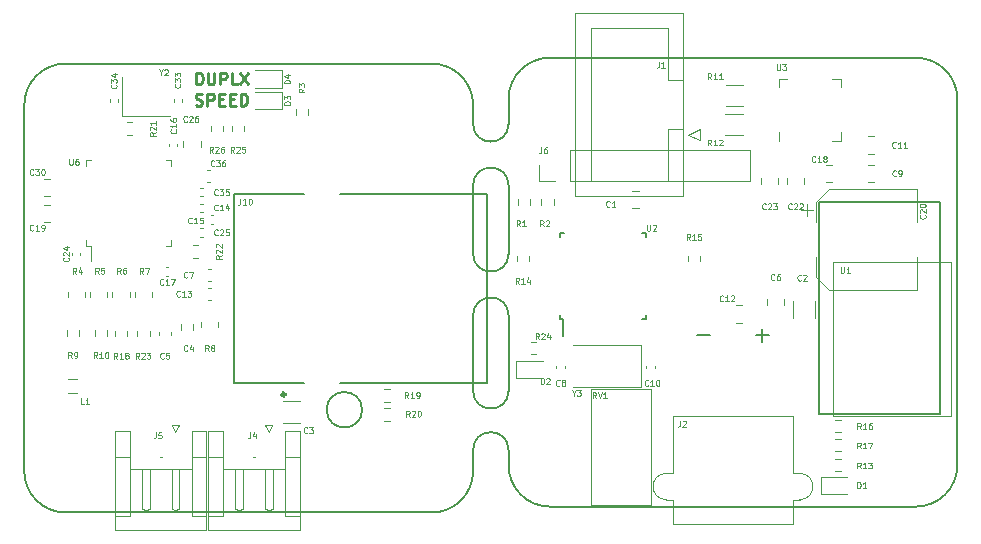
<source format=gbr>
%TF.GenerationSoftware,KiCad,Pcbnew,(5.1.8-0-10_14)*%
%TF.CreationDate,2021-08-18T19:24:50+02:00*%
%TF.ProjectId,ethersweep,65746865-7273-4776-9565-702e6b696361,2.0.1*%
%TF.SameCoordinates,Original*%
%TF.FileFunction,Legend,Top*%
%TF.FilePolarity,Positive*%
%FSLAX46Y46*%
G04 Gerber Fmt 4.6, Leading zero omitted, Abs format (unit mm)*
G04 Created by KiCad (PCBNEW (5.1.8-0-10_14)) date 2021-08-18 19:24:50*
%MOMM*%
%LPD*%
G01*
G04 APERTURE LIST*
%ADD10C,0.250000*%
%TA.AperFunction,Profile*%
%ADD11C,0.150000*%
%TD*%
%ADD12C,0.150000*%
%ADD13C,0.120000*%
%ADD14C,0.300000*%
%ADD15C,0.127000*%
%ADD16C,0.125000*%
G04 APERTURE END LIST*
D10*
X137009523Y-85004761D02*
X137152380Y-85052380D01*
X137390476Y-85052380D01*
X137485714Y-85004761D01*
X137533333Y-84957142D01*
X137580952Y-84861904D01*
X137580952Y-84766666D01*
X137533333Y-84671428D01*
X137485714Y-84623809D01*
X137390476Y-84576190D01*
X137200000Y-84528571D01*
X137104761Y-84480952D01*
X137057142Y-84433333D01*
X137009523Y-84338095D01*
X137009523Y-84242857D01*
X137057142Y-84147619D01*
X137104761Y-84100000D01*
X137200000Y-84052380D01*
X137438095Y-84052380D01*
X137580952Y-84100000D01*
X138009523Y-85052380D02*
X138009523Y-84052380D01*
X138390476Y-84052380D01*
X138485714Y-84100000D01*
X138533333Y-84147619D01*
X138580952Y-84242857D01*
X138580952Y-84385714D01*
X138533333Y-84480952D01*
X138485714Y-84528571D01*
X138390476Y-84576190D01*
X138009523Y-84576190D01*
X139009523Y-84528571D02*
X139342857Y-84528571D01*
X139485714Y-85052380D02*
X139009523Y-85052380D01*
X139009523Y-84052380D01*
X139485714Y-84052380D01*
X139914285Y-84528571D02*
X140247619Y-84528571D01*
X140390476Y-85052380D02*
X139914285Y-85052380D01*
X139914285Y-84052380D01*
X140390476Y-84052380D01*
X140819047Y-85052380D02*
X140819047Y-84052380D01*
X141057142Y-84052380D01*
X141200000Y-84100000D01*
X141295238Y-84195238D01*
X141342857Y-84290476D01*
X141390476Y-84480952D01*
X141390476Y-84623809D01*
X141342857Y-84814285D01*
X141295238Y-84909523D01*
X141200000Y-85004761D01*
X141057142Y-85052380D01*
X140819047Y-85052380D01*
X137033333Y-83252380D02*
X137033333Y-82252380D01*
X137271428Y-82252380D01*
X137414285Y-82300000D01*
X137509523Y-82395238D01*
X137557142Y-82490476D01*
X137604761Y-82680952D01*
X137604761Y-82823809D01*
X137557142Y-83014285D01*
X137509523Y-83109523D01*
X137414285Y-83204761D01*
X137271428Y-83252380D01*
X137033333Y-83252380D01*
X138033333Y-82252380D02*
X138033333Y-83061904D01*
X138080952Y-83157142D01*
X138128571Y-83204761D01*
X138223809Y-83252380D01*
X138414285Y-83252380D01*
X138509523Y-83204761D01*
X138557142Y-83157142D01*
X138604761Y-83061904D01*
X138604761Y-82252380D01*
X139080952Y-83252380D02*
X139080952Y-82252380D01*
X139461904Y-82252380D01*
X139557142Y-82300000D01*
X139604761Y-82347619D01*
X139652380Y-82442857D01*
X139652380Y-82585714D01*
X139604761Y-82680952D01*
X139557142Y-82728571D01*
X139461904Y-82776190D01*
X139080952Y-82776190D01*
X140557142Y-83252380D02*
X140080952Y-83252380D01*
X140080952Y-82252380D01*
X140795238Y-82252380D02*
X141461904Y-83252380D01*
X141461904Y-82252380D02*
X140795238Y-83252380D01*
D11*
X198000000Y-81000000D02*
G75*
G02*
X201500000Y-84500000I0J-3500000D01*
G01*
D12*
X189800000Y-93200000D02*
X200000000Y-93200000D01*
X189800000Y-111200000D02*
X189800000Y-93200000D01*
X200000000Y-111200000D02*
X189800000Y-111200000D01*
X200000000Y-93200000D02*
X200000000Y-111200000D01*
D11*
X160500000Y-115500000D02*
X160500000Y-114200000D01*
X163500000Y-86600000D02*
X163500000Y-85000000D01*
X163500000Y-86600000D02*
G75*
G02*
X160500000Y-86600000I-1500000J0D01*
G01*
X163500000Y-115500000D02*
X163500000Y-114200000D01*
X160500000Y-86600000D02*
X160500000Y-85000000D01*
X160500000Y-114200000D02*
G75*
G02*
X163500000Y-114200000I1500000J0D01*
G01*
X163500000Y-97600000D02*
G75*
G02*
X160500000Y-97600000I-1500000J0D01*
G01*
X160500000Y-91800000D02*
G75*
G02*
X163500000Y-91800000I1500000J0D01*
G01*
X163500000Y-97600000D02*
X163500000Y-91800000D01*
X160500000Y-109200000D02*
X160500000Y-102800000D01*
X160500000Y-102800000D02*
G75*
G02*
X163500000Y-102800000I1500000J0D01*
G01*
X160500000Y-97600000D02*
X160500000Y-91800000D01*
X163500000Y-109200000D02*
X163500000Y-102800000D01*
X163500000Y-109200000D02*
G75*
G02*
X160500000Y-109200000I-1500000J0D01*
G01*
X160500000Y-116000000D02*
X160500000Y-115500000D01*
X163500000Y-84500000D02*
X163500000Y-85000000D01*
X151100000Y-110800000D02*
G75*
G03*
X151100000Y-110800000I-1500000J0D01*
G01*
X126000000Y-119500000D02*
G75*
G02*
X122500000Y-116000000I0J3500000D01*
G01*
X126000000Y-119500000D02*
X157000000Y-119500000D01*
X167000000Y-81000000D02*
X198000000Y-81000000D01*
X163500000Y-84500000D02*
G75*
G02*
X167000000Y-81000000I3500000J0D01*
G01*
X201500000Y-115500000D02*
G75*
G02*
X198000000Y-119000000I-3500000J0D01*
G01*
X167000000Y-119000000D02*
G75*
G02*
X163500000Y-115500000I0J3500000D01*
G01*
X167000000Y-119000000D02*
X198000000Y-119000000D01*
X201500000Y-115500000D02*
X201500000Y-84500000D01*
X122500000Y-85000000D02*
X122500000Y-116000000D01*
X160500000Y-116000000D02*
G75*
G02*
X157000000Y-119500000I-3500000J0D01*
G01*
X157000000Y-81500000D02*
G75*
G02*
X160500000Y-85000000I0J-3500000D01*
G01*
X122500000Y-85000000D02*
G75*
G02*
X126000000Y-81500000I3500000J0D01*
G01*
X157000000Y-81500000D02*
X126000000Y-81500000D01*
D13*
X188800000Y-93390000D02*
X188800000Y-94390000D01*
X188300000Y-93890000D02*
X189300000Y-93890000D01*
X189540000Y-99595563D02*
X190604437Y-100660000D01*
X189540000Y-93204437D02*
X190604437Y-92140000D01*
X189540000Y-93204437D02*
X189540000Y-94890000D01*
X189540000Y-99595563D02*
X189540000Y-97910000D01*
X190604437Y-100660000D02*
X198060000Y-100660000D01*
X190604437Y-92140000D02*
X198060000Y-92140000D01*
X198060000Y-92140000D02*
X198060000Y-94890000D01*
X198060000Y-100660000D02*
X198060000Y-97910000D01*
X177440000Y-120510000D02*
X177440000Y-118410000D01*
X188150000Y-116190000D02*
X187560000Y-116190000D01*
X188150000Y-118410000D02*
X187560000Y-118410000D01*
X177440000Y-118410000D02*
X176850000Y-118410000D01*
X177440000Y-116190000D02*
X176850000Y-116190000D01*
X177440000Y-116190000D02*
X177440000Y-111290000D01*
X187560000Y-120510000D02*
X187560000Y-118410000D01*
X187560000Y-116190000D02*
X187560000Y-111290000D01*
X187560000Y-111290000D02*
X177440000Y-111290000D01*
X187560000Y-120510000D02*
X177440000Y-120510000D01*
X188150000Y-116190000D02*
G75*
G02*
X188150000Y-118410000I0J-1110000D01*
G01*
X176850000Y-118410000D02*
G75*
G02*
X176850000Y-116190000I0J1110000D01*
G01*
X135000000Y-112100000D02*
X135300000Y-112700000D01*
X135600000Y-112100000D02*
X135000000Y-112100000D01*
X135300000Y-112700000D02*
X135600000Y-112100000D01*
X132480000Y-115790000D02*
X132800000Y-115790000D01*
X132480000Y-119210000D02*
X132480000Y-115790000D01*
X132800000Y-119290000D02*
X132480000Y-119210000D01*
X133120000Y-119210000D02*
X132800000Y-119290000D01*
X133120000Y-115790000D02*
X133120000Y-119210000D01*
X132800000Y-115790000D02*
X133120000Y-115790000D01*
X134130000Y-114790000D02*
X133970000Y-114790000D01*
X134980000Y-115790000D02*
X135300000Y-115790000D01*
X134980000Y-119210000D02*
X134980000Y-115790000D01*
X135300000Y-119290000D02*
X134980000Y-119210000D01*
X135620000Y-119210000D02*
X135300000Y-119290000D01*
X135620000Y-115790000D02*
X135620000Y-119210000D01*
X135300000Y-115790000D02*
X135620000Y-115790000D01*
X136690000Y-115790000D02*
X131410000Y-115790000D01*
X131410000Y-114790000D02*
X130190000Y-114790000D01*
X131410000Y-119790000D02*
X131410000Y-114790000D01*
X130190000Y-119790000D02*
X131410000Y-119790000D01*
X136690000Y-114790000D02*
X137910000Y-114790000D01*
X136690000Y-119790000D02*
X136690000Y-114790000D01*
X137910000Y-119790000D02*
X136690000Y-119790000D01*
X131410000Y-112590000D02*
X131410000Y-114790000D01*
X130190000Y-112590000D02*
X131410000Y-112590000D01*
X130190000Y-121010000D02*
X130190000Y-112590000D01*
X137910000Y-121010000D02*
X130190000Y-121010000D01*
X137910000Y-112590000D02*
X137910000Y-121010000D01*
X136690000Y-112590000D02*
X137910000Y-112590000D01*
X136690000Y-114790000D02*
X136690000Y-112590000D01*
X178290000Y-92710000D02*
X169170000Y-92710000D01*
X169170000Y-92710000D02*
X169170000Y-77210000D01*
X169170000Y-77210000D02*
X178290000Y-77210000D01*
X178290000Y-77210000D02*
X178290000Y-92710000D01*
X178290000Y-87010000D02*
X176980000Y-87010000D01*
X176980000Y-87010000D02*
X176980000Y-91410000D01*
X176980000Y-91410000D02*
X170480000Y-91410000D01*
X170480000Y-91410000D02*
X170480000Y-78510000D01*
X170480000Y-78510000D02*
X176980000Y-78510000D01*
X176980000Y-78510000D02*
X176980000Y-82910000D01*
X176980000Y-82910000D02*
X176980000Y-82910000D01*
X176980000Y-82910000D02*
X178290000Y-82910000D01*
X178680000Y-87500000D02*
X179680000Y-88000000D01*
X179680000Y-88000000D02*
X179680000Y-87000000D01*
X179680000Y-87000000D02*
X178680000Y-87500000D01*
X173988748Y-93735000D02*
X174511252Y-93735000D01*
X173988748Y-92265000D02*
X174511252Y-92265000D01*
X168260000Y-107307836D02*
X168260000Y-107092164D01*
X167540000Y-107307836D02*
X167540000Y-107092164D01*
X175860000Y-107092164D02*
X175860000Y-107307836D01*
X175140000Y-107092164D02*
X175140000Y-107307836D01*
X183261252Y-103435000D02*
X182738748Y-103435000D01*
X183261252Y-101965000D02*
X182738748Y-101965000D01*
X144590000Y-114790000D02*
X144590000Y-112590000D01*
X144590000Y-112590000D02*
X145810000Y-112590000D01*
X145810000Y-112590000D02*
X145810000Y-121010000D01*
X145810000Y-121010000D02*
X138090000Y-121010000D01*
X138090000Y-121010000D02*
X138090000Y-112590000D01*
X138090000Y-112590000D02*
X139310000Y-112590000D01*
X139310000Y-112590000D02*
X139310000Y-114790000D01*
X145810000Y-119790000D02*
X144590000Y-119790000D01*
X144590000Y-119790000D02*
X144590000Y-114790000D01*
X144590000Y-114790000D02*
X145810000Y-114790000D01*
X138090000Y-119790000D02*
X139310000Y-119790000D01*
X139310000Y-119790000D02*
X139310000Y-114790000D01*
X139310000Y-114790000D02*
X138090000Y-114790000D01*
X144590000Y-115790000D02*
X139310000Y-115790000D01*
X143200000Y-115790000D02*
X143520000Y-115790000D01*
X143520000Y-115790000D02*
X143520000Y-119210000D01*
X143520000Y-119210000D02*
X143200000Y-119290000D01*
X143200000Y-119290000D02*
X142880000Y-119210000D01*
X142880000Y-119210000D02*
X142880000Y-115790000D01*
X142880000Y-115790000D02*
X143200000Y-115790000D01*
X142030000Y-114790000D02*
X141870000Y-114790000D01*
X140700000Y-115790000D02*
X141020000Y-115790000D01*
X141020000Y-115790000D02*
X141020000Y-119210000D01*
X141020000Y-119210000D02*
X140700000Y-119290000D01*
X140700000Y-119290000D02*
X140380000Y-119210000D01*
X140380000Y-119210000D02*
X140380000Y-115790000D01*
X140380000Y-115790000D02*
X140700000Y-115790000D01*
X143200000Y-112700000D02*
X143500000Y-112100000D01*
X143500000Y-112100000D02*
X142900000Y-112100000D01*
X142900000Y-112100000D02*
X143200000Y-112700000D01*
X191162742Y-114977500D02*
X191637258Y-114977500D01*
X191162742Y-116022500D02*
X191637258Y-116022500D01*
D12*
X167875000Y-103125000D02*
X168100000Y-103125000D01*
X167875000Y-95875000D02*
X168200000Y-95875000D01*
X175125000Y-95875000D02*
X174800000Y-95875000D01*
X175125000Y-103125000D02*
X174800000Y-103125000D01*
X167875000Y-103125000D02*
X167875000Y-102800000D01*
X175125000Y-103125000D02*
X175125000Y-102800000D01*
X175125000Y-95875000D02*
X175125000Y-96200000D01*
X167875000Y-95875000D02*
X167875000Y-96200000D01*
X168100000Y-103125000D02*
X168100000Y-104550000D01*
D13*
X164227500Y-97762742D02*
X164227500Y-98237258D01*
X165272500Y-97762742D02*
X165272500Y-98237258D01*
X179722500Y-97762742D02*
X179722500Y-98237258D01*
X178677500Y-97762742D02*
X178677500Y-98237258D01*
X164277500Y-93437258D02*
X164277500Y-92962742D01*
X165322500Y-93437258D02*
X165322500Y-92962742D01*
X167322500Y-93437258D02*
X167322500Y-92962742D01*
X166277500Y-93437258D02*
X166277500Y-92962742D01*
X146522500Y-85837258D02*
X146522500Y-85362742D01*
X145477500Y-85837258D02*
X145477500Y-85362742D01*
X174750000Y-105300000D02*
X169000000Y-105300000D01*
X174750000Y-108900000D02*
X174750000Y-105300000D01*
X169000000Y-108900000D02*
X174750000Y-108900000D01*
X191167743Y-111632501D02*
X191642259Y-111632501D01*
X191167743Y-112677501D02*
X191642259Y-112677501D01*
X191637258Y-113277500D02*
X191162742Y-113277500D01*
X191637258Y-114322500D02*
X191162742Y-114322500D01*
X145827064Y-110090000D02*
X144372936Y-110090000D01*
X145827064Y-111910000D02*
X144372936Y-111910000D01*
X136822500Y-104037258D02*
X136822500Y-103562742D01*
X135777500Y-104037258D02*
X135777500Y-103562742D01*
X134910000Y-104209420D02*
X134910000Y-104490580D01*
X133890000Y-104209420D02*
X133890000Y-104490580D01*
X137392164Y-94060000D02*
X137607836Y-94060000D01*
X137392164Y-93340000D02*
X137607836Y-93340000D01*
X138292164Y-94340000D02*
X138507836Y-94340000D01*
X138292164Y-95060000D02*
X138507836Y-95060000D01*
X135460000Y-88507836D02*
X135460000Y-88292164D01*
X134740000Y-88507836D02*
X134740000Y-88292164D01*
X134492164Y-98740000D02*
X134707836Y-98740000D01*
X134492164Y-99460000D02*
X134707836Y-99460000D01*
X127260000Y-97492164D02*
X127260000Y-97707836D01*
X126540000Y-97492164D02*
X126540000Y-97707836D01*
X137392164Y-95440000D02*
X137607836Y-95440000D01*
X137392164Y-96160000D02*
X137607836Y-96160000D01*
X137435000Y-88561252D02*
X137435000Y-88038748D01*
X135965000Y-88561252D02*
X135965000Y-88038748D01*
X124661252Y-92735000D02*
X124138748Y-92735000D01*
X124661252Y-91265000D02*
X124138748Y-91265000D01*
X135860000Y-84707836D02*
X135860000Y-84492164D01*
X135140000Y-84707836D02*
X135140000Y-84492164D01*
X130460000Y-84707836D02*
X130460000Y-84492164D01*
X129740000Y-84707836D02*
X129740000Y-84492164D01*
X137959420Y-90540000D02*
X138240580Y-90540000D01*
X137959420Y-91560000D02*
X138240580Y-91560000D01*
X137412164Y-91990000D02*
X137627836Y-91990000D01*
X137412164Y-92710000D02*
X137627836Y-92710000D01*
X166070000Y-91430000D02*
X166070000Y-90100000D01*
X167400000Y-91430000D02*
X166070000Y-91430000D01*
X168670000Y-91430000D02*
X168670000Y-88770000D01*
X168670000Y-88770000D02*
X183970000Y-88770000D01*
X168670000Y-91430000D02*
X183970000Y-91430000D01*
X183970000Y-91430000D02*
X183970000Y-88770000D01*
D14*
X144600000Y-109500000D02*
G75*
G03*
X144600000Y-109500000I-150000J0D01*
G01*
D15*
X146150000Y-108500000D02*
X140270000Y-108500000D01*
X161670000Y-108500000D02*
X149250000Y-108500000D01*
X146150000Y-92500000D02*
X140270000Y-92500000D01*
X161670000Y-92500000D02*
X149250000Y-92500000D01*
X161670000Y-108500000D02*
X161670000Y-92500000D01*
X140270000Y-108500000D02*
X140270000Y-92500000D01*
D13*
X126200378Y-109360000D02*
X126999622Y-109360000D01*
X126200378Y-108240000D02*
X126999622Y-108240000D01*
X126165000Y-101277064D02*
X126165000Y-100822936D01*
X127635000Y-101277064D02*
X127635000Y-100822936D01*
X129535000Y-101277064D02*
X129535000Y-100822936D01*
X128065000Y-101277064D02*
X128065000Y-100822936D01*
X129965000Y-101277064D02*
X129965000Y-100822936D01*
X131435000Y-101277064D02*
X131435000Y-100822936D01*
X133335000Y-101277064D02*
X133335000Y-100822936D01*
X131865000Y-101277064D02*
X131865000Y-100822936D01*
X127122500Y-104537258D02*
X127122500Y-104062742D01*
X126077500Y-104537258D02*
X126077500Y-104062742D01*
X129522500Y-104537258D02*
X129522500Y-104062742D01*
X128477500Y-104537258D02*
X128477500Y-104062742D01*
X130177500Y-104587258D02*
X130177500Y-104112742D01*
X131222500Y-104587258D02*
X131222500Y-104112742D01*
X153437258Y-110677500D02*
X152962742Y-110677500D01*
X153437258Y-111722500D02*
X152962742Y-111722500D01*
X153437258Y-110122500D02*
X152962742Y-110122500D01*
X153437258Y-109077500D02*
X152962742Y-109077500D01*
X132077500Y-104587258D02*
X132077500Y-104112742D01*
X133122500Y-104587258D02*
X133122500Y-104112742D01*
X134910000Y-90140000D02*
X134910000Y-89690000D01*
X134910000Y-89690000D02*
X134460000Y-89690000D01*
X134910000Y-96460000D02*
X134910000Y-96910000D01*
X134910000Y-96910000D02*
X134460000Y-96910000D01*
X127690000Y-90140000D02*
X127690000Y-89690000D01*
X127690000Y-89690000D02*
X128140000Y-89690000D01*
X127690000Y-96460000D02*
X127690000Y-96910000D01*
X127690000Y-96910000D02*
X128140000Y-96910000D01*
X128140000Y-96910000D02*
X128140000Y-98200000D01*
X130800000Y-82650000D02*
X130800000Y-85950000D01*
X130800000Y-85950000D02*
X134800000Y-85950000D01*
X189410000Y-103011252D02*
X189410000Y-101588748D01*
X187590000Y-103011252D02*
X187590000Y-101588748D01*
X186835000Y-101961252D02*
X186835000Y-101438748D01*
X185365000Y-101961252D02*
X185365000Y-101438748D01*
X191000000Y-98300000D02*
X201000000Y-98300000D01*
X201000000Y-98300000D02*
X201000000Y-111300000D01*
X201000000Y-111300000D02*
X191000000Y-111300000D01*
X191000000Y-111300000D02*
X191000000Y-98300000D01*
X165362742Y-106122500D02*
X165837258Y-106122500D01*
X165362742Y-105077500D02*
X165837258Y-105077500D01*
X193938748Y-91535000D02*
X194461252Y-91535000D01*
X193938748Y-90065000D02*
X194461252Y-90065000D01*
X193938748Y-87665000D02*
X194461252Y-87665000D01*
X193938748Y-89135000D02*
X194461252Y-89135000D01*
X190338748Y-91535000D02*
X190861252Y-91535000D01*
X190338748Y-90065000D02*
X190861252Y-90065000D01*
X187065000Y-91138748D02*
X187065000Y-91661252D01*
X188535000Y-91138748D02*
X188535000Y-91661252D01*
X186335000Y-91138748D02*
X186335000Y-91661252D01*
X184865000Y-91138748D02*
X184865000Y-91661252D01*
X183327064Y-83290000D02*
X181872936Y-83290000D01*
X183327064Y-85110000D02*
X181872936Y-85110000D01*
X183322063Y-87564999D02*
X181867935Y-87564999D01*
X183322063Y-85744999D02*
X181867935Y-85744999D01*
X170470000Y-109055000D02*
X175540000Y-109055000D01*
X170470000Y-118825000D02*
X175540000Y-118825000D01*
X175540000Y-118825000D02*
X175540000Y-109055000D01*
X170470000Y-118825000D02*
X170470000Y-109055000D01*
X186390000Y-87285000D02*
X186390000Y-88010000D01*
X191610000Y-82790000D02*
X190885000Y-82790000D01*
X191610000Y-83515000D02*
X191610000Y-82790000D01*
X191610000Y-88010000D02*
X190885000Y-88010000D01*
X191610000Y-87285000D02*
X191610000Y-88010000D01*
X186390000Y-82790000D02*
X187115000Y-82790000D01*
X186390000Y-83515000D02*
X186390000Y-82790000D01*
X138059420Y-99910000D02*
X138340580Y-99910000D01*
X138059420Y-98890000D02*
X138340580Y-98890000D01*
X138059420Y-100490000D02*
X138340580Y-100490000D01*
X138059420Y-101510000D02*
X138340580Y-101510000D01*
X137465000Y-103827064D02*
X137465000Y-103372936D01*
X138935000Y-103827064D02*
X138935000Y-103372936D01*
X131637258Y-87522500D02*
X131162742Y-87522500D01*
X131637258Y-86477500D02*
X131162742Y-86477500D01*
X137237258Y-96877500D02*
X136762742Y-96877500D01*
X137237258Y-97922500D02*
X136762742Y-97922500D01*
X142000000Y-85335000D02*
X144285000Y-85335000D01*
X144285000Y-85335000D02*
X144285000Y-83865000D01*
X144285000Y-83865000D02*
X142000000Y-83865000D01*
X144285000Y-82065000D02*
X142000000Y-82065000D01*
X144285000Y-83535000D02*
X144285000Y-82065000D01*
X142000000Y-83535000D02*
X144285000Y-83535000D01*
X141122500Y-87237258D02*
X141122500Y-86762742D01*
X140077500Y-87237258D02*
X140077500Y-86762742D01*
X138277500Y-87237258D02*
X138277500Y-86762742D01*
X139322500Y-87237258D02*
X139322500Y-86762742D01*
X189915000Y-117935000D02*
X192200000Y-117935000D01*
X189915000Y-116465000D02*
X189915000Y-117935000D01*
X192200000Y-116465000D02*
X189915000Y-116465000D01*
X166400000Y-106665000D02*
X164115000Y-106665000D01*
X164115000Y-106665000D02*
X164115000Y-108135000D01*
X164115000Y-108135000D02*
X166400000Y-108135000D01*
X124138748Y-93465000D02*
X124661252Y-93465000D01*
X124138748Y-94935000D02*
X124661252Y-94935000D01*
D16*
X198778571Y-94321428D02*
X198802380Y-94345238D01*
X198826190Y-94416666D01*
X198826190Y-94464285D01*
X198802380Y-94535714D01*
X198754761Y-94583333D01*
X198707142Y-94607142D01*
X198611904Y-94630952D01*
X198540476Y-94630952D01*
X198445238Y-94607142D01*
X198397619Y-94583333D01*
X198350000Y-94535714D01*
X198326190Y-94464285D01*
X198326190Y-94416666D01*
X198350000Y-94345238D01*
X198373809Y-94321428D01*
X198373809Y-94130952D02*
X198350000Y-94107142D01*
X198326190Y-94059523D01*
X198326190Y-93940476D01*
X198350000Y-93892857D01*
X198373809Y-93869047D01*
X198421428Y-93845238D01*
X198469047Y-93845238D01*
X198540476Y-93869047D01*
X198826190Y-94154761D01*
X198826190Y-93845238D01*
X198326190Y-93535714D02*
X198326190Y-93488095D01*
X198350000Y-93440476D01*
X198373809Y-93416666D01*
X198421428Y-93392857D01*
X198516666Y-93369047D01*
X198635714Y-93369047D01*
X198730952Y-93392857D01*
X198778571Y-93416666D01*
X198802380Y-93440476D01*
X198826190Y-93488095D01*
X198826190Y-93535714D01*
X198802380Y-93583333D01*
X198778571Y-93607142D01*
X198730952Y-93630952D01*
X198635714Y-93654761D01*
X198516666Y-93654761D01*
X198421428Y-93630952D01*
X198373809Y-93607142D01*
X198350000Y-93583333D01*
X198326190Y-93535714D01*
X178033333Y-111726190D02*
X178033333Y-112083333D01*
X178009523Y-112154761D01*
X177961904Y-112202380D01*
X177890476Y-112226190D01*
X177842857Y-112226190D01*
X178247619Y-111773809D02*
X178271428Y-111750000D01*
X178319047Y-111726190D01*
X178438095Y-111726190D01*
X178485714Y-111750000D01*
X178509523Y-111773809D01*
X178533333Y-111821428D01*
X178533333Y-111869047D01*
X178509523Y-111940476D01*
X178223809Y-112226190D01*
X178533333Y-112226190D01*
D12*
X179428571Y-104507142D02*
X180571428Y-104507142D01*
X184428571Y-104507142D02*
X185571428Y-104507142D01*
X185000000Y-105078571D02*
X185000000Y-103935714D01*
D16*
X133633333Y-112726190D02*
X133633333Y-113083333D01*
X133609523Y-113154761D01*
X133561904Y-113202380D01*
X133490476Y-113226190D01*
X133442857Y-113226190D01*
X134109523Y-112726190D02*
X133871428Y-112726190D01*
X133847619Y-112964285D01*
X133871428Y-112940476D01*
X133919047Y-112916666D01*
X134038095Y-112916666D01*
X134085714Y-112940476D01*
X134109523Y-112964285D01*
X134133333Y-113011904D01*
X134133333Y-113130952D01*
X134109523Y-113178571D01*
X134085714Y-113202380D01*
X134038095Y-113226190D01*
X133919047Y-113226190D01*
X133871428Y-113202380D01*
X133847619Y-113178571D01*
X176233333Y-81326190D02*
X176233333Y-81683333D01*
X176209523Y-81754761D01*
X176161904Y-81802380D01*
X176090476Y-81826190D01*
X176042857Y-81826190D01*
X176733333Y-81826190D02*
X176447619Y-81826190D01*
X176590476Y-81826190D02*
X176590476Y-81326190D01*
X176542857Y-81397619D01*
X176495238Y-81445238D01*
X176447619Y-81469047D01*
X172066666Y-93578571D02*
X172042857Y-93602380D01*
X171971428Y-93626190D01*
X171923809Y-93626190D01*
X171852380Y-93602380D01*
X171804761Y-93554761D01*
X171780952Y-93507142D01*
X171757142Y-93411904D01*
X171757142Y-93340476D01*
X171780952Y-93245238D01*
X171804761Y-93197619D01*
X171852380Y-93150000D01*
X171923809Y-93126190D01*
X171971428Y-93126190D01*
X172042857Y-93150000D01*
X172066666Y-93173809D01*
X172542857Y-93626190D02*
X172257142Y-93626190D01*
X172400000Y-93626190D02*
X172400000Y-93126190D01*
X172352380Y-93197619D01*
X172304761Y-93245238D01*
X172257142Y-93269047D01*
X167816666Y-108728571D02*
X167792857Y-108752380D01*
X167721428Y-108776190D01*
X167673809Y-108776190D01*
X167602380Y-108752380D01*
X167554761Y-108704761D01*
X167530952Y-108657142D01*
X167507142Y-108561904D01*
X167507142Y-108490476D01*
X167530952Y-108395238D01*
X167554761Y-108347619D01*
X167602380Y-108300000D01*
X167673809Y-108276190D01*
X167721428Y-108276190D01*
X167792857Y-108300000D01*
X167816666Y-108323809D01*
X168102380Y-108490476D02*
X168054761Y-108466666D01*
X168030952Y-108442857D01*
X168007142Y-108395238D01*
X168007142Y-108371428D01*
X168030952Y-108323809D01*
X168054761Y-108300000D01*
X168102380Y-108276190D01*
X168197619Y-108276190D01*
X168245238Y-108300000D01*
X168269047Y-108323809D01*
X168292857Y-108371428D01*
X168292857Y-108395238D01*
X168269047Y-108442857D01*
X168245238Y-108466666D01*
X168197619Y-108490476D01*
X168102380Y-108490476D01*
X168054761Y-108514285D01*
X168030952Y-108538095D01*
X168007142Y-108585714D01*
X168007142Y-108680952D01*
X168030952Y-108728571D01*
X168054761Y-108752380D01*
X168102380Y-108776190D01*
X168197619Y-108776190D01*
X168245238Y-108752380D01*
X168269047Y-108728571D01*
X168292857Y-108680952D01*
X168292857Y-108585714D01*
X168269047Y-108538095D01*
X168245238Y-108514285D01*
X168197619Y-108490476D01*
X175328571Y-108728571D02*
X175304761Y-108752380D01*
X175233333Y-108776190D01*
X175185714Y-108776190D01*
X175114285Y-108752380D01*
X175066666Y-108704761D01*
X175042857Y-108657142D01*
X175019047Y-108561904D01*
X175019047Y-108490476D01*
X175042857Y-108395238D01*
X175066666Y-108347619D01*
X175114285Y-108300000D01*
X175185714Y-108276190D01*
X175233333Y-108276190D01*
X175304761Y-108300000D01*
X175328571Y-108323809D01*
X175804761Y-108776190D02*
X175519047Y-108776190D01*
X175661904Y-108776190D02*
X175661904Y-108276190D01*
X175614285Y-108347619D01*
X175566666Y-108395238D01*
X175519047Y-108419047D01*
X176114285Y-108276190D02*
X176161904Y-108276190D01*
X176209523Y-108300000D01*
X176233333Y-108323809D01*
X176257142Y-108371428D01*
X176280952Y-108466666D01*
X176280952Y-108585714D01*
X176257142Y-108680952D01*
X176233333Y-108728571D01*
X176209523Y-108752380D01*
X176161904Y-108776190D01*
X176114285Y-108776190D01*
X176066666Y-108752380D01*
X176042857Y-108728571D01*
X176019047Y-108680952D01*
X175995238Y-108585714D01*
X175995238Y-108466666D01*
X176019047Y-108371428D01*
X176042857Y-108323809D01*
X176066666Y-108300000D01*
X176114285Y-108276190D01*
X181678571Y-101578571D02*
X181654761Y-101602380D01*
X181583333Y-101626190D01*
X181535714Y-101626190D01*
X181464285Y-101602380D01*
X181416666Y-101554761D01*
X181392857Y-101507142D01*
X181369047Y-101411904D01*
X181369047Y-101340476D01*
X181392857Y-101245238D01*
X181416666Y-101197619D01*
X181464285Y-101150000D01*
X181535714Y-101126190D01*
X181583333Y-101126190D01*
X181654761Y-101150000D01*
X181678571Y-101173809D01*
X182154761Y-101626190D02*
X181869047Y-101626190D01*
X182011904Y-101626190D02*
X182011904Y-101126190D01*
X181964285Y-101197619D01*
X181916666Y-101245238D01*
X181869047Y-101269047D01*
X182345238Y-101173809D02*
X182369047Y-101150000D01*
X182416666Y-101126190D01*
X182535714Y-101126190D01*
X182583333Y-101150000D01*
X182607142Y-101173809D01*
X182630952Y-101221428D01*
X182630952Y-101269047D01*
X182607142Y-101340476D01*
X182321428Y-101626190D01*
X182630952Y-101626190D01*
X141633333Y-112726190D02*
X141633333Y-113083333D01*
X141609523Y-113154761D01*
X141561904Y-113202380D01*
X141490476Y-113226190D01*
X141442857Y-113226190D01*
X142085714Y-112892857D02*
X142085714Y-113226190D01*
X141966666Y-112702380D02*
X141847619Y-113059523D01*
X142157142Y-113059523D01*
X193328571Y-115776190D02*
X193161904Y-115538095D01*
X193042857Y-115776190D02*
X193042857Y-115276190D01*
X193233333Y-115276190D01*
X193280952Y-115300000D01*
X193304761Y-115323809D01*
X193328571Y-115371428D01*
X193328571Y-115442857D01*
X193304761Y-115490476D01*
X193280952Y-115514285D01*
X193233333Y-115538095D01*
X193042857Y-115538095D01*
X193804761Y-115776190D02*
X193519047Y-115776190D01*
X193661904Y-115776190D02*
X193661904Y-115276190D01*
X193614285Y-115347619D01*
X193566666Y-115395238D01*
X193519047Y-115419047D01*
X193971428Y-115276190D02*
X194280952Y-115276190D01*
X194114285Y-115466666D01*
X194185714Y-115466666D01*
X194233333Y-115490476D01*
X194257142Y-115514285D01*
X194280952Y-115561904D01*
X194280952Y-115680952D01*
X194257142Y-115728571D01*
X194233333Y-115752380D01*
X194185714Y-115776190D01*
X194042857Y-115776190D01*
X193995238Y-115752380D01*
X193971428Y-115728571D01*
X175219047Y-95126190D02*
X175219047Y-95530952D01*
X175242857Y-95578571D01*
X175266666Y-95602380D01*
X175314285Y-95626190D01*
X175409523Y-95626190D01*
X175457142Y-95602380D01*
X175480952Y-95578571D01*
X175504761Y-95530952D01*
X175504761Y-95126190D01*
X175719047Y-95173809D02*
X175742857Y-95150000D01*
X175790476Y-95126190D01*
X175909523Y-95126190D01*
X175957142Y-95150000D01*
X175980952Y-95173809D01*
X176004761Y-95221428D01*
X176004761Y-95269047D01*
X175980952Y-95340476D01*
X175695238Y-95626190D01*
X176004761Y-95626190D01*
X164378571Y-100126190D02*
X164211904Y-99888095D01*
X164092857Y-100126190D02*
X164092857Y-99626190D01*
X164283333Y-99626190D01*
X164330952Y-99650000D01*
X164354761Y-99673809D01*
X164378571Y-99721428D01*
X164378571Y-99792857D01*
X164354761Y-99840476D01*
X164330952Y-99864285D01*
X164283333Y-99888095D01*
X164092857Y-99888095D01*
X164854761Y-100126190D02*
X164569047Y-100126190D01*
X164711904Y-100126190D02*
X164711904Y-99626190D01*
X164664285Y-99697619D01*
X164616666Y-99745238D01*
X164569047Y-99769047D01*
X165283333Y-99792857D02*
X165283333Y-100126190D01*
X165164285Y-99602380D02*
X165045238Y-99959523D01*
X165354761Y-99959523D01*
X178878571Y-96426190D02*
X178711904Y-96188095D01*
X178592857Y-96426190D02*
X178592857Y-95926190D01*
X178783333Y-95926190D01*
X178830952Y-95950000D01*
X178854761Y-95973809D01*
X178878571Y-96021428D01*
X178878571Y-96092857D01*
X178854761Y-96140476D01*
X178830952Y-96164285D01*
X178783333Y-96188095D01*
X178592857Y-96188095D01*
X179354761Y-96426190D02*
X179069047Y-96426190D01*
X179211904Y-96426190D02*
X179211904Y-95926190D01*
X179164285Y-95997619D01*
X179116666Y-96045238D01*
X179069047Y-96069047D01*
X179807142Y-95926190D02*
X179569047Y-95926190D01*
X179545238Y-96164285D01*
X179569047Y-96140476D01*
X179616666Y-96116666D01*
X179735714Y-96116666D01*
X179783333Y-96140476D01*
X179807142Y-96164285D01*
X179830952Y-96211904D01*
X179830952Y-96330952D01*
X179807142Y-96378571D01*
X179783333Y-96402380D01*
X179735714Y-96426190D01*
X179616666Y-96426190D01*
X179569047Y-96402380D01*
X179545238Y-96378571D01*
X164466666Y-95276190D02*
X164300000Y-95038095D01*
X164180952Y-95276190D02*
X164180952Y-94776190D01*
X164371428Y-94776190D01*
X164419047Y-94800000D01*
X164442857Y-94823809D01*
X164466666Y-94871428D01*
X164466666Y-94942857D01*
X164442857Y-94990476D01*
X164419047Y-95014285D01*
X164371428Y-95038095D01*
X164180952Y-95038095D01*
X164942857Y-95276190D02*
X164657142Y-95276190D01*
X164800000Y-95276190D02*
X164800000Y-94776190D01*
X164752380Y-94847619D01*
X164704761Y-94895238D01*
X164657142Y-94919047D01*
X166466666Y-95276190D02*
X166300000Y-95038095D01*
X166180952Y-95276190D02*
X166180952Y-94776190D01*
X166371428Y-94776190D01*
X166419047Y-94800000D01*
X166442857Y-94823809D01*
X166466666Y-94871428D01*
X166466666Y-94942857D01*
X166442857Y-94990476D01*
X166419047Y-95014285D01*
X166371428Y-95038095D01*
X166180952Y-95038095D01*
X166657142Y-94823809D02*
X166680952Y-94800000D01*
X166728571Y-94776190D01*
X166847619Y-94776190D01*
X166895238Y-94800000D01*
X166919047Y-94823809D01*
X166942857Y-94871428D01*
X166942857Y-94919047D01*
X166919047Y-94990476D01*
X166633333Y-95276190D01*
X166942857Y-95276190D01*
X146226190Y-83633333D02*
X145988095Y-83800000D01*
X146226190Y-83919047D02*
X145726190Y-83919047D01*
X145726190Y-83728571D01*
X145750000Y-83680952D01*
X145773809Y-83657142D01*
X145821428Y-83633333D01*
X145892857Y-83633333D01*
X145940476Y-83657142D01*
X145964285Y-83680952D01*
X145988095Y-83728571D01*
X145988095Y-83919047D01*
X145726190Y-83466666D02*
X145726190Y-83157142D01*
X145916666Y-83323809D01*
X145916666Y-83252380D01*
X145940476Y-83204761D01*
X145964285Y-83180952D01*
X146011904Y-83157142D01*
X146130952Y-83157142D01*
X146178571Y-83180952D01*
X146202380Y-83204761D01*
X146226190Y-83252380D01*
X146226190Y-83395238D01*
X146202380Y-83442857D01*
X146178571Y-83466666D01*
X169011904Y-109388095D02*
X169011904Y-109626190D01*
X168845238Y-109126190D02*
X169011904Y-109388095D01*
X169178571Y-109126190D01*
X169297619Y-109126190D02*
X169607142Y-109126190D01*
X169440476Y-109316666D01*
X169511904Y-109316666D01*
X169559523Y-109340476D01*
X169583333Y-109364285D01*
X169607142Y-109411904D01*
X169607142Y-109530952D01*
X169583333Y-109578571D01*
X169559523Y-109602380D01*
X169511904Y-109626190D01*
X169369047Y-109626190D01*
X169321428Y-109602380D01*
X169297619Y-109578571D01*
X193328571Y-112426190D02*
X193161904Y-112188095D01*
X193042857Y-112426190D02*
X193042857Y-111926190D01*
X193233333Y-111926190D01*
X193280952Y-111950000D01*
X193304761Y-111973809D01*
X193328571Y-112021428D01*
X193328571Y-112092857D01*
X193304761Y-112140476D01*
X193280952Y-112164285D01*
X193233333Y-112188095D01*
X193042857Y-112188095D01*
X193804761Y-112426190D02*
X193519047Y-112426190D01*
X193661904Y-112426190D02*
X193661904Y-111926190D01*
X193614285Y-111997619D01*
X193566666Y-112045238D01*
X193519047Y-112069047D01*
X194233333Y-111926190D02*
X194138095Y-111926190D01*
X194090476Y-111950000D01*
X194066666Y-111973809D01*
X194019047Y-112045238D01*
X193995238Y-112140476D01*
X193995238Y-112330952D01*
X194019047Y-112378571D01*
X194042857Y-112402380D01*
X194090476Y-112426190D01*
X194185714Y-112426190D01*
X194233333Y-112402380D01*
X194257142Y-112378571D01*
X194280952Y-112330952D01*
X194280952Y-112211904D01*
X194257142Y-112164285D01*
X194233333Y-112140476D01*
X194185714Y-112116666D01*
X194090476Y-112116666D01*
X194042857Y-112140476D01*
X194019047Y-112164285D01*
X193995238Y-112211904D01*
X193328571Y-114076190D02*
X193161904Y-113838095D01*
X193042857Y-114076190D02*
X193042857Y-113576190D01*
X193233333Y-113576190D01*
X193280952Y-113600000D01*
X193304761Y-113623809D01*
X193328571Y-113671428D01*
X193328571Y-113742857D01*
X193304761Y-113790476D01*
X193280952Y-113814285D01*
X193233333Y-113838095D01*
X193042857Y-113838095D01*
X193804761Y-114076190D02*
X193519047Y-114076190D01*
X193661904Y-114076190D02*
X193661904Y-113576190D01*
X193614285Y-113647619D01*
X193566666Y-113695238D01*
X193519047Y-113719047D01*
X193971428Y-113576190D02*
X194304761Y-113576190D01*
X194090476Y-114076190D01*
X146466666Y-112728571D02*
X146442857Y-112752380D01*
X146371428Y-112776190D01*
X146323809Y-112776190D01*
X146252380Y-112752380D01*
X146204761Y-112704761D01*
X146180952Y-112657142D01*
X146157142Y-112561904D01*
X146157142Y-112490476D01*
X146180952Y-112395238D01*
X146204761Y-112347619D01*
X146252380Y-112300000D01*
X146323809Y-112276190D01*
X146371428Y-112276190D01*
X146442857Y-112300000D01*
X146466666Y-112323809D01*
X146633333Y-112276190D02*
X146942857Y-112276190D01*
X146776190Y-112466666D01*
X146847619Y-112466666D01*
X146895238Y-112490476D01*
X146919047Y-112514285D01*
X146942857Y-112561904D01*
X146942857Y-112680952D01*
X146919047Y-112728571D01*
X146895238Y-112752380D01*
X146847619Y-112776190D01*
X146704761Y-112776190D01*
X146657142Y-112752380D01*
X146633333Y-112728571D01*
X136316666Y-105778571D02*
X136292857Y-105802380D01*
X136221428Y-105826190D01*
X136173809Y-105826190D01*
X136102380Y-105802380D01*
X136054761Y-105754761D01*
X136030952Y-105707142D01*
X136007142Y-105611904D01*
X136007142Y-105540476D01*
X136030952Y-105445238D01*
X136054761Y-105397619D01*
X136102380Y-105350000D01*
X136173809Y-105326190D01*
X136221428Y-105326190D01*
X136292857Y-105350000D01*
X136316666Y-105373809D01*
X136745238Y-105492857D02*
X136745238Y-105826190D01*
X136626190Y-105302380D02*
X136507142Y-105659523D01*
X136816666Y-105659523D01*
X134316666Y-106428571D02*
X134292857Y-106452380D01*
X134221428Y-106476190D01*
X134173809Y-106476190D01*
X134102380Y-106452380D01*
X134054761Y-106404761D01*
X134030952Y-106357142D01*
X134007142Y-106261904D01*
X134007142Y-106190476D01*
X134030952Y-106095238D01*
X134054761Y-106047619D01*
X134102380Y-106000000D01*
X134173809Y-105976190D01*
X134221428Y-105976190D01*
X134292857Y-106000000D01*
X134316666Y-106023809D01*
X134769047Y-105976190D02*
X134530952Y-105976190D01*
X134507142Y-106214285D01*
X134530952Y-106190476D01*
X134578571Y-106166666D01*
X134697619Y-106166666D01*
X134745238Y-106190476D01*
X134769047Y-106214285D01*
X134792857Y-106261904D01*
X134792857Y-106380952D01*
X134769047Y-106428571D01*
X134745238Y-106452380D01*
X134697619Y-106476190D01*
X134578571Y-106476190D01*
X134530952Y-106452380D01*
X134507142Y-106428571D01*
X138878571Y-93878571D02*
X138854761Y-93902380D01*
X138783333Y-93926190D01*
X138735714Y-93926190D01*
X138664285Y-93902380D01*
X138616666Y-93854761D01*
X138592857Y-93807142D01*
X138569047Y-93711904D01*
X138569047Y-93640476D01*
X138592857Y-93545238D01*
X138616666Y-93497619D01*
X138664285Y-93450000D01*
X138735714Y-93426190D01*
X138783333Y-93426190D01*
X138854761Y-93450000D01*
X138878571Y-93473809D01*
X139354761Y-93926190D02*
X139069047Y-93926190D01*
X139211904Y-93926190D02*
X139211904Y-93426190D01*
X139164285Y-93497619D01*
X139116666Y-93545238D01*
X139069047Y-93569047D01*
X139783333Y-93592857D02*
X139783333Y-93926190D01*
X139664285Y-93402380D02*
X139545238Y-93759523D01*
X139854761Y-93759523D01*
X136678571Y-94978571D02*
X136654761Y-95002380D01*
X136583333Y-95026190D01*
X136535714Y-95026190D01*
X136464285Y-95002380D01*
X136416666Y-94954761D01*
X136392857Y-94907142D01*
X136369047Y-94811904D01*
X136369047Y-94740476D01*
X136392857Y-94645238D01*
X136416666Y-94597619D01*
X136464285Y-94550000D01*
X136535714Y-94526190D01*
X136583333Y-94526190D01*
X136654761Y-94550000D01*
X136678571Y-94573809D01*
X137154761Y-95026190D02*
X136869047Y-95026190D01*
X137011904Y-95026190D02*
X137011904Y-94526190D01*
X136964285Y-94597619D01*
X136916666Y-94645238D01*
X136869047Y-94669047D01*
X137607142Y-94526190D02*
X137369047Y-94526190D01*
X137345238Y-94764285D01*
X137369047Y-94740476D01*
X137416666Y-94716666D01*
X137535714Y-94716666D01*
X137583333Y-94740476D01*
X137607142Y-94764285D01*
X137630952Y-94811904D01*
X137630952Y-94930952D01*
X137607142Y-94978571D01*
X137583333Y-95002380D01*
X137535714Y-95026190D01*
X137416666Y-95026190D01*
X137369047Y-95002380D01*
X137345238Y-94978571D01*
X135328571Y-87071428D02*
X135352380Y-87095238D01*
X135376190Y-87166666D01*
X135376190Y-87214285D01*
X135352380Y-87285714D01*
X135304761Y-87333333D01*
X135257142Y-87357142D01*
X135161904Y-87380952D01*
X135090476Y-87380952D01*
X134995238Y-87357142D01*
X134947619Y-87333333D01*
X134900000Y-87285714D01*
X134876190Y-87214285D01*
X134876190Y-87166666D01*
X134900000Y-87095238D01*
X134923809Y-87071428D01*
X135376190Y-86595238D02*
X135376190Y-86880952D01*
X135376190Y-86738095D02*
X134876190Y-86738095D01*
X134947619Y-86785714D01*
X134995238Y-86833333D01*
X135019047Y-86880952D01*
X134876190Y-86166666D02*
X134876190Y-86261904D01*
X134900000Y-86309523D01*
X134923809Y-86333333D01*
X134995238Y-86380952D01*
X135090476Y-86404761D01*
X135280952Y-86404761D01*
X135328571Y-86380952D01*
X135352380Y-86357142D01*
X135376190Y-86309523D01*
X135376190Y-86214285D01*
X135352380Y-86166666D01*
X135328571Y-86142857D01*
X135280952Y-86119047D01*
X135161904Y-86119047D01*
X135114285Y-86142857D01*
X135090476Y-86166666D01*
X135066666Y-86214285D01*
X135066666Y-86309523D01*
X135090476Y-86357142D01*
X135114285Y-86380952D01*
X135161904Y-86404761D01*
X134278571Y-100178571D02*
X134254761Y-100202380D01*
X134183333Y-100226190D01*
X134135714Y-100226190D01*
X134064285Y-100202380D01*
X134016666Y-100154761D01*
X133992857Y-100107142D01*
X133969047Y-100011904D01*
X133969047Y-99940476D01*
X133992857Y-99845238D01*
X134016666Y-99797619D01*
X134064285Y-99750000D01*
X134135714Y-99726190D01*
X134183333Y-99726190D01*
X134254761Y-99750000D01*
X134278571Y-99773809D01*
X134754761Y-100226190D02*
X134469047Y-100226190D01*
X134611904Y-100226190D02*
X134611904Y-99726190D01*
X134564285Y-99797619D01*
X134516666Y-99845238D01*
X134469047Y-99869047D01*
X134921428Y-99726190D02*
X135254761Y-99726190D01*
X135040476Y-100226190D01*
X126228571Y-97921428D02*
X126252380Y-97945238D01*
X126276190Y-98016666D01*
X126276190Y-98064285D01*
X126252380Y-98135714D01*
X126204761Y-98183333D01*
X126157142Y-98207142D01*
X126061904Y-98230952D01*
X125990476Y-98230952D01*
X125895238Y-98207142D01*
X125847619Y-98183333D01*
X125800000Y-98135714D01*
X125776190Y-98064285D01*
X125776190Y-98016666D01*
X125800000Y-97945238D01*
X125823809Y-97921428D01*
X125823809Y-97730952D02*
X125800000Y-97707142D01*
X125776190Y-97659523D01*
X125776190Y-97540476D01*
X125800000Y-97492857D01*
X125823809Y-97469047D01*
X125871428Y-97445238D01*
X125919047Y-97445238D01*
X125990476Y-97469047D01*
X126276190Y-97754761D01*
X126276190Y-97445238D01*
X125942857Y-97016666D02*
X126276190Y-97016666D01*
X125752380Y-97135714D02*
X126109523Y-97254761D01*
X126109523Y-96945238D01*
X138878571Y-95978571D02*
X138854761Y-96002380D01*
X138783333Y-96026190D01*
X138735714Y-96026190D01*
X138664285Y-96002380D01*
X138616666Y-95954761D01*
X138592857Y-95907142D01*
X138569047Y-95811904D01*
X138569047Y-95740476D01*
X138592857Y-95645238D01*
X138616666Y-95597619D01*
X138664285Y-95550000D01*
X138735714Y-95526190D01*
X138783333Y-95526190D01*
X138854761Y-95550000D01*
X138878571Y-95573809D01*
X139069047Y-95573809D02*
X139092857Y-95550000D01*
X139140476Y-95526190D01*
X139259523Y-95526190D01*
X139307142Y-95550000D01*
X139330952Y-95573809D01*
X139354761Y-95621428D01*
X139354761Y-95669047D01*
X139330952Y-95740476D01*
X139045238Y-96026190D01*
X139354761Y-96026190D01*
X139807142Y-95526190D02*
X139569047Y-95526190D01*
X139545238Y-95764285D01*
X139569047Y-95740476D01*
X139616666Y-95716666D01*
X139735714Y-95716666D01*
X139783333Y-95740476D01*
X139807142Y-95764285D01*
X139830952Y-95811904D01*
X139830952Y-95930952D01*
X139807142Y-95978571D01*
X139783333Y-96002380D01*
X139735714Y-96026190D01*
X139616666Y-96026190D01*
X139569047Y-96002380D01*
X139545238Y-95978571D01*
X136278571Y-86378571D02*
X136254761Y-86402380D01*
X136183333Y-86426190D01*
X136135714Y-86426190D01*
X136064285Y-86402380D01*
X136016666Y-86354761D01*
X135992857Y-86307142D01*
X135969047Y-86211904D01*
X135969047Y-86140476D01*
X135992857Y-86045238D01*
X136016666Y-85997619D01*
X136064285Y-85950000D01*
X136135714Y-85926190D01*
X136183333Y-85926190D01*
X136254761Y-85950000D01*
X136278571Y-85973809D01*
X136469047Y-85973809D02*
X136492857Y-85950000D01*
X136540476Y-85926190D01*
X136659523Y-85926190D01*
X136707142Y-85950000D01*
X136730952Y-85973809D01*
X136754761Y-86021428D01*
X136754761Y-86069047D01*
X136730952Y-86140476D01*
X136445238Y-86426190D01*
X136754761Y-86426190D01*
X137183333Y-85926190D02*
X137088095Y-85926190D01*
X137040476Y-85950000D01*
X137016666Y-85973809D01*
X136969047Y-86045238D01*
X136945238Y-86140476D01*
X136945238Y-86330952D01*
X136969047Y-86378571D01*
X136992857Y-86402380D01*
X137040476Y-86426190D01*
X137135714Y-86426190D01*
X137183333Y-86402380D01*
X137207142Y-86378571D01*
X137230952Y-86330952D01*
X137230952Y-86211904D01*
X137207142Y-86164285D01*
X137183333Y-86140476D01*
X137135714Y-86116666D01*
X137040476Y-86116666D01*
X136992857Y-86140476D01*
X136969047Y-86164285D01*
X136945238Y-86211904D01*
X123278571Y-90878571D02*
X123254761Y-90902380D01*
X123183333Y-90926190D01*
X123135714Y-90926190D01*
X123064285Y-90902380D01*
X123016666Y-90854761D01*
X122992857Y-90807142D01*
X122969047Y-90711904D01*
X122969047Y-90640476D01*
X122992857Y-90545238D01*
X123016666Y-90497619D01*
X123064285Y-90450000D01*
X123135714Y-90426190D01*
X123183333Y-90426190D01*
X123254761Y-90450000D01*
X123278571Y-90473809D01*
X123445238Y-90426190D02*
X123754761Y-90426190D01*
X123588095Y-90616666D01*
X123659523Y-90616666D01*
X123707142Y-90640476D01*
X123730952Y-90664285D01*
X123754761Y-90711904D01*
X123754761Y-90830952D01*
X123730952Y-90878571D01*
X123707142Y-90902380D01*
X123659523Y-90926190D01*
X123516666Y-90926190D01*
X123469047Y-90902380D01*
X123445238Y-90878571D01*
X124064285Y-90426190D02*
X124111904Y-90426190D01*
X124159523Y-90450000D01*
X124183333Y-90473809D01*
X124207142Y-90521428D01*
X124230952Y-90616666D01*
X124230952Y-90735714D01*
X124207142Y-90830952D01*
X124183333Y-90878571D01*
X124159523Y-90902380D01*
X124111904Y-90926190D01*
X124064285Y-90926190D01*
X124016666Y-90902380D01*
X123992857Y-90878571D01*
X123969047Y-90830952D01*
X123945238Y-90735714D01*
X123945238Y-90616666D01*
X123969047Y-90521428D01*
X123992857Y-90473809D01*
X124016666Y-90450000D01*
X124064285Y-90426190D01*
X135678571Y-83221428D02*
X135702380Y-83245238D01*
X135726190Y-83316666D01*
X135726190Y-83364285D01*
X135702380Y-83435714D01*
X135654761Y-83483333D01*
X135607142Y-83507142D01*
X135511904Y-83530952D01*
X135440476Y-83530952D01*
X135345238Y-83507142D01*
X135297619Y-83483333D01*
X135250000Y-83435714D01*
X135226190Y-83364285D01*
X135226190Y-83316666D01*
X135250000Y-83245238D01*
X135273809Y-83221428D01*
X135226190Y-83054761D02*
X135226190Y-82745238D01*
X135416666Y-82911904D01*
X135416666Y-82840476D01*
X135440476Y-82792857D01*
X135464285Y-82769047D01*
X135511904Y-82745238D01*
X135630952Y-82745238D01*
X135678571Y-82769047D01*
X135702380Y-82792857D01*
X135726190Y-82840476D01*
X135726190Y-82983333D01*
X135702380Y-83030952D01*
X135678571Y-83054761D01*
X135226190Y-82578571D02*
X135226190Y-82269047D01*
X135416666Y-82435714D01*
X135416666Y-82364285D01*
X135440476Y-82316666D01*
X135464285Y-82292857D01*
X135511904Y-82269047D01*
X135630952Y-82269047D01*
X135678571Y-82292857D01*
X135702380Y-82316666D01*
X135726190Y-82364285D01*
X135726190Y-82507142D01*
X135702380Y-82554761D01*
X135678571Y-82578571D01*
X130278571Y-83271428D02*
X130302380Y-83295238D01*
X130326190Y-83366666D01*
X130326190Y-83414285D01*
X130302380Y-83485714D01*
X130254761Y-83533333D01*
X130207142Y-83557142D01*
X130111904Y-83580952D01*
X130040476Y-83580952D01*
X129945238Y-83557142D01*
X129897619Y-83533333D01*
X129850000Y-83485714D01*
X129826190Y-83414285D01*
X129826190Y-83366666D01*
X129850000Y-83295238D01*
X129873809Y-83271428D01*
X129826190Y-83104761D02*
X129826190Y-82795238D01*
X130016666Y-82961904D01*
X130016666Y-82890476D01*
X130040476Y-82842857D01*
X130064285Y-82819047D01*
X130111904Y-82795238D01*
X130230952Y-82795238D01*
X130278571Y-82819047D01*
X130302380Y-82842857D01*
X130326190Y-82890476D01*
X130326190Y-83033333D01*
X130302380Y-83080952D01*
X130278571Y-83104761D01*
X129992857Y-82366666D02*
X130326190Y-82366666D01*
X129802380Y-82485714D02*
X130159523Y-82604761D01*
X130159523Y-82295238D01*
X138878571Y-92578571D02*
X138854761Y-92602380D01*
X138783333Y-92626190D01*
X138735714Y-92626190D01*
X138664285Y-92602380D01*
X138616666Y-92554761D01*
X138592857Y-92507142D01*
X138569047Y-92411904D01*
X138569047Y-92340476D01*
X138592857Y-92245238D01*
X138616666Y-92197619D01*
X138664285Y-92150000D01*
X138735714Y-92126190D01*
X138783333Y-92126190D01*
X138854761Y-92150000D01*
X138878571Y-92173809D01*
X139045238Y-92126190D02*
X139354761Y-92126190D01*
X139188095Y-92316666D01*
X139259523Y-92316666D01*
X139307142Y-92340476D01*
X139330952Y-92364285D01*
X139354761Y-92411904D01*
X139354761Y-92530952D01*
X139330952Y-92578571D01*
X139307142Y-92602380D01*
X139259523Y-92626190D01*
X139116666Y-92626190D01*
X139069047Y-92602380D01*
X139045238Y-92578571D01*
X139807142Y-92126190D02*
X139569047Y-92126190D01*
X139545238Y-92364285D01*
X139569047Y-92340476D01*
X139616666Y-92316666D01*
X139735714Y-92316666D01*
X139783333Y-92340476D01*
X139807142Y-92364285D01*
X139830952Y-92411904D01*
X139830952Y-92530952D01*
X139807142Y-92578571D01*
X139783333Y-92602380D01*
X139735714Y-92626190D01*
X139616666Y-92626190D01*
X139569047Y-92602380D01*
X139545238Y-92578571D01*
X138578571Y-90128571D02*
X138554761Y-90152380D01*
X138483333Y-90176190D01*
X138435714Y-90176190D01*
X138364285Y-90152380D01*
X138316666Y-90104761D01*
X138292857Y-90057142D01*
X138269047Y-89961904D01*
X138269047Y-89890476D01*
X138292857Y-89795238D01*
X138316666Y-89747619D01*
X138364285Y-89700000D01*
X138435714Y-89676190D01*
X138483333Y-89676190D01*
X138554761Y-89700000D01*
X138578571Y-89723809D01*
X138745238Y-89676190D02*
X139054761Y-89676190D01*
X138888095Y-89866666D01*
X138959523Y-89866666D01*
X139007142Y-89890476D01*
X139030952Y-89914285D01*
X139054761Y-89961904D01*
X139054761Y-90080952D01*
X139030952Y-90128571D01*
X139007142Y-90152380D01*
X138959523Y-90176190D01*
X138816666Y-90176190D01*
X138769047Y-90152380D01*
X138745238Y-90128571D01*
X139483333Y-89676190D02*
X139388095Y-89676190D01*
X139340476Y-89700000D01*
X139316666Y-89723809D01*
X139269047Y-89795238D01*
X139245238Y-89890476D01*
X139245238Y-90080952D01*
X139269047Y-90128571D01*
X139292857Y-90152380D01*
X139340476Y-90176190D01*
X139435714Y-90176190D01*
X139483333Y-90152380D01*
X139507142Y-90128571D01*
X139530952Y-90080952D01*
X139530952Y-89961904D01*
X139507142Y-89914285D01*
X139483333Y-89890476D01*
X139435714Y-89866666D01*
X139340476Y-89866666D01*
X139292857Y-89890476D01*
X139269047Y-89914285D01*
X139245238Y-89961904D01*
X166283333Y-88576190D02*
X166283333Y-88933333D01*
X166259523Y-89004761D01*
X166211904Y-89052380D01*
X166140476Y-89076190D01*
X166092857Y-89076190D01*
X166735714Y-88576190D02*
X166640476Y-88576190D01*
X166592857Y-88600000D01*
X166569047Y-88623809D01*
X166521428Y-88695238D01*
X166497619Y-88790476D01*
X166497619Y-88980952D01*
X166521428Y-89028571D01*
X166545238Y-89052380D01*
X166592857Y-89076190D01*
X166688095Y-89076190D01*
X166735714Y-89052380D01*
X166759523Y-89028571D01*
X166783333Y-88980952D01*
X166783333Y-88861904D01*
X166759523Y-88814285D01*
X166735714Y-88790476D01*
X166688095Y-88766666D01*
X166592857Y-88766666D01*
X166545238Y-88790476D01*
X166521428Y-88814285D01*
X166497619Y-88861904D01*
X140795238Y-92926190D02*
X140795238Y-93283333D01*
X140771428Y-93354761D01*
X140723809Y-93402380D01*
X140652380Y-93426190D01*
X140604761Y-93426190D01*
X141295238Y-93426190D02*
X141009523Y-93426190D01*
X141152380Y-93426190D02*
X141152380Y-92926190D01*
X141104761Y-92997619D01*
X141057142Y-93045238D01*
X141009523Y-93069047D01*
X141604761Y-92926190D02*
X141652380Y-92926190D01*
X141700000Y-92950000D01*
X141723809Y-92973809D01*
X141747619Y-93021428D01*
X141771428Y-93116666D01*
X141771428Y-93235714D01*
X141747619Y-93330952D01*
X141723809Y-93378571D01*
X141700000Y-93402380D01*
X141652380Y-93426190D01*
X141604761Y-93426190D01*
X141557142Y-93402380D01*
X141533333Y-93378571D01*
X141509523Y-93330952D01*
X141485714Y-93235714D01*
X141485714Y-93116666D01*
X141509523Y-93021428D01*
X141533333Y-92973809D01*
X141557142Y-92950000D01*
X141604761Y-92926190D01*
X127566666Y-110326190D02*
X127328571Y-110326190D01*
X127328571Y-109826190D01*
X127995238Y-110326190D02*
X127709523Y-110326190D01*
X127852380Y-110326190D02*
X127852380Y-109826190D01*
X127804761Y-109897619D01*
X127757142Y-109945238D01*
X127709523Y-109969047D01*
X126916666Y-99276190D02*
X126750000Y-99038095D01*
X126630952Y-99276190D02*
X126630952Y-98776190D01*
X126821428Y-98776190D01*
X126869047Y-98800000D01*
X126892857Y-98823809D01*
X126916666Y-98871428D01*
X126916666Y-98942857D01*
X126892857Y-98990476D01*
X126869047Y-99014285D01*
X126821428Y-99038095D01*
X126630952Y-99038095D01*
X127345238Y-98942857D02*
X127345238Y-99276190D01*
X127226190Y-98752380D02*
X127107142Y-99109523D01*
X127416666Y-99109523D01*
X128816666Y-99276190D02*
X128650000Y-99038095D01*
X128530952Y-99276190D02*
X128530952Y-98776190D01*
X128721428Y-98776190D01*
X128769047Y-98800000D01*
X128792857Y-98823809D01*
X128816666Y-98871428D01*
X128816666Y-98942857D01*
X128792857Y-98990476D01*
X128769047Y-99014285D01*
X128721428Y-99038095D01*
X128530952Y-99038095D01*
X129269047Y-98776190D02*
X129030952Y-98776190D01*
X129007142Y-99014285D01*
X129030952Y-98990476D01*
X129078571Y-98966666D01*
X129197619Y-98966666D01*
X129245238Y-98990476D01*
X129269047Y-99014285D01*
X129292857Y-99061904D01*
X129292857Y-99180952D01*
X129269047Y-99228571D01*
X129245238Y-99252380D01*
X129197619Y-99276190D01*
X129078571Y-99276190D01*
X129030952Y-99252380D01*
X129007142Y-99228571D01*
X130666666Y-99276190D02*
X130500000Y-99038095D01*
X130380952Y-99276190D02*
X130380952Y-98776190D01*
X130571428Y-98776190D01*
X130619047Y-98800000D01*
X130642857Y-98823809D01*
X130666666Y-98871428D01*
X130666666Y-98942857D01*
X130642857Y-98990476D01*
X130619047Y-99014285D01*
X130571428Y-99038095D01*
X130380952Y-99038095D01*
X131095238Y-98776190D02*
X131000000Y-98776190D01*
X130952380Y-98800000D01*
X130928571Y-98823809D01*
X130880952Y-98895238D01*
X130857142Y-98990476D01*
X130857142Y-99180952D01*
X130880952Y-99228571D01*
X130904761Y-99252380D01*
X130952380Y-99276190D01*
X131047619Y-99276190D01*
X131095238Y-99252380D01*
X131119047Y-99228571D01*
X131142857Y-99180952D01*
X131142857Y-99061904D01*
X131119047Y-99014285D01*
X131095238Y-98990476D01*
X131047619Y-98966666D01*
X130952380Y-98966666D01*
X130904761Y-98990476D01*
X130880952Y-99014285D01*
X130857142Y-99061904D01*
X132566666Y-99276190D02*
X132400000Y-99038095D01*
X132280952Y-99276190D02*
X132280952Y-98776190D01*
X132471428Y-98776190D01*
X132519047Y-98800000D01*
X132542857Y-98823809D01*
X132566666Y-98871428D01*
X132566666Y-98942857D01*
X132542857Y-98990476D01*
X132519047Y-99014285D01*
X132471428Y-99038095D01*
X132280952Y-99038095D01*
X132733333Y-98776190D02*
X133066666Y-98776190D01*
X132852380Y-99276190D01*
X126516666Y-106426190D02*
X126350000Y-106188095D01*
X126230952Y-106426190D02*
X126230952Y-105926190D01*
X126421428Y-105926190D01*
X126469047Y-105950000D01*
X126492857Y-105973809D01*
X126516666Y-106021428D01*
X126516666Y-106092857D01*
X126492857Y-106140476D01*
X126469047Y-106164285D01*
X126421428Y-106188095D01*
X126230952Y-106188095D01*
X126754761Y-106426190D02*
X126850000Y-106426190D01*
X126897619Y-106402380D01*
X126921428Y-106378571D01*
X126969047Y-106307142D01*
X126992857Y-106211904D01*
X126992857Y-106021428D01*
X126969047Y-105973809D01*
X126945238Y-105950000D01*
X126897619Y-105926190D01*
X126802380Y-105926190D01*
X126754761Y-105950000D01*
X126730952Y-105973809D01*
X126707142Y-106021428D01*
X126707142Y-106140476D01*
X126730952Y-106188095D01*
X126754761Y-106211904D01*
X126802380Y-106235714D01*
X126897619Y-106235714D01*
X126945238Y-106211904D01*
X126969047Y-106188095D01*
X126992857Y-106140476D01*
X128678571Y-106426190D02*
X128511904Y-106188095D01*
X128392857Y-106426190D02*
X128392857Y-105926190D01*
X128583333Y-105926190D01*
X128630952Y-105950000D01*
X128654761Y-105973809D01*
X128678571Y-106021428D01*
X128678571Y-106092857D01*
X128654761Y-106140476D01*
X128630952Y-106164285D01*
X128583333Y-106188095D01*
X128392857Y-106188095D01*
X129154761Y-106426190D02*
X128869047Y-106426190D01*
X129011904Y-106426190D02*
X129011904Y-105926190D01*
X128964285Y-105997619D01*
X128916666Y-106045238D01*
X128869047Y-106069047D01*
X129464285Y-105926190D02*
X129511904Y-105926190D01*
X129559523Y-105950000D01*
X129583333Y-105973809D01*
X129607142Y-106021428D01*
X129630952Y-106116666D01*
X129630952Y-106235714D01*
X129607142Y-106330952D01*
X129583333Y-106378571D01*
X129559523Y-106402380D01*
X129511904Y-106426190D01*
X129464285Y-106426190D01*
X129416666Y-106402380D01*
X129392857Y-106378571D01*
X129369047Y-106330952D01*
X129345238Y-106235714D01*
X129345238Y-106116666D01*
X129369047Y-106021428D01*
X129392857Y-105973809D01*
X129416666Y-105950000D01*
X129464285Y-105926190D01*
X130378571Y-106476190D02*
X130211904Y-106238095D01*
X130092857Y-106476190D02*
X130092857Y-105976190D01*
X130283333Y-105976190D01*
X130330952Y-106000000D01*
X130354761Y-106023809D01*
X130378571Y-106071428D01*
X130378571Y-106142857D01*
X130354761Y-106190476D01*
X130330952Y-106214285D01*
X130283333Y-106238095D01*
X130092857Y-106238095D01*
X130854761Y-106476190D02*
X130569047Y-106476190D01*
X130711904Y-106476190D02*
X130711904Y-105976190D01*
X130664285Y-106047619D01*
X130616666Y-106095238D01*
X130569047Y-106119047D01*
X131140476Y-106190476D02*
X131092857Y-106166666D01*
X131069047Y-106142857D01*
X131045238Y-106095238D01*
X131045238Y-106071428D01*
X131069047Y-106023809D01*
X131092857Y-106000000D01*
X131140476Y-105976190D01*
X131235714Y-105976190D01*
X131283333Y-106000000D01*
X131307142Y-106023809D01*
X131330952Y-106071428D01*
X131330952Y-106095238D01*
X131307142Y-106142857D01*
X131283333Y-106166666D01*
X131235714Y-106190476D01*
X131140476Y-106190476D01*
X131092857Y-106214285D01*
X131069047Y-106238095D01*
X131045238Y-106285714D01*
X131045238Y-106380952D01*
X131069047Y-106428571D01*
X131092857Y-106452380D01*
X131140476Y-106476190D01*
X131235714Y-106476190D01*
X131283333Y-106452380D01*
X131307142Y-106428571D01*
X131330952Y-106380952D01*
X131330952Y-106285714D01*
X131307142Y-106238095D01*
X131283333Y-106214285D01*
X131235714Y-106190476D01*
X155028571Y-109826190D02*
X154861904Y-109588095D01*
X154742857Y-109826190D02*
X154742857Y-109326190D01*
X154933333Y-109326190D01*
X154980952Y-109350000D01*
X155004761Y-109373809D01*
X155028571Y-109421428D01*
X155028571Y-109492857D01*
X155004761Y-109540476D01*
X154980952Y-109564285D01*
X154933333Y-109588095D01*
X154742857Y-109588095D01*
X155504761Y-109826190D02*
X155219047Y-109826190D01*
X155361904Y-109826190D02*
X155361904Y-109326190D01*
X155314285Y-109397619D01*
X155266666Y-109445238D01*
X155219047Y-109469047D01*
X155742857Y-109826190D02*
X155838095Y-109826190D01*
X155885714Y-109802380D01*
X155909523Y-109778571D01*
X155957142Y-109707142D01*
X155980952Y-109611904D01*
X155980952Y-109421428D01*
X155957142Y-109373809D01*
X155933333Y-109350000D01*
X155885714Y-109326190D01*
X155790476Y-109326190D01*
X155742857Y-109350000D01*
X155719047Y-109373809D01*
X155695238Y-109421428D01*
X155695238Y-109540476D01*
X155719047Y-109588095D01*
X155742857Y-109611904D01*
X155790476Y-109635714D01*
X155885714Y-109635714D01*
X155933333Y-109611904D01*
X155957142Y-109588095D01*
X155980952Y-109540476D01*
X155128571Y-111376190D02*
X154961904Y-111138095D01*
X154842857Y-111376190D02*
X154842857Y-110876190D01*
X155033333Y-110876190D01*
X155080952Y-110900000D01*
X155104761Y-110923809D01*
X155128571Y-110971428D01*
X155128571Y-111042857D01*
X155104761Y-111090476D01*
X155080952Y-111114285D01*
X155033333Y-111138095D01*
X154842857Y-111138095D01*
X155319047Y-110923809D02*
X155342857Y-110900000D01*
X155390476Y-110876190D01*
X155509523Y-110876190D01*
X155557142Y-110900000D01*
X155580952Y-110923809D01*
X155604761Y-110971428D01*
X155604761Y-111019047D01*
X155580952Y-111090476D01*
X155295238Y-111376190D01*
X155604761Y-111376190D01*
X155914285Y-110876190D02*
X155961904Y-110876190D01*
X156009523Y-110900000D01*
X156033333Y-110923809D01*
X156057142Y-110971428D01*
X156080952Y-111066666D01*
X156080952Y-111185714D01*
X156057142Y-111280952D01*
X156033333Y-111328571D01*
X156009523Y-111352380D01*
X155961904Y-111376190D01*
X155914285Y-111376190D01*
X155866666Y-111352380D01*
X155842857Y-111328571D01*
X155819047Y-111280952D01*
X155795238Y-111185714D01*
X155795238Y-111066666D01*
X155819047Y-110971428D01*
X155842857Y-110923809D01*
X155866666Y-110900000D01*
X155914285Y-110876190D01*
X132228571Y-106476190D02*
X132061904Y-106238095D01*
X131942857Y-106476190D02*
X131942857Y-105976190D01*
X132133333Y-105976190D01*
X132180952Y-106000000D01*
X132204761Y-106023809D01*
X132228571Y-106071428D01*
X132228571Y-106142857D01*
X132204761Y-106190476D01*
X132180952Y-106214285D01*
X132133333Y-106238095D01*
X131942857Y-106238095D01*
X132419047Y-106023809D02*
X132442857Y-106000000D01*
X132490476Y-105976190D01*
X132609523Y-105976190D01*
X132657142Y-106000000D01*
X132680952Y-106023809D01*
X132704761Y-106071428D01*
X132704761Y-106119047D01*
X132680952Y-106190476D01*
X132395238Y-106476190D01*
X132704761Y-106476190D01*
X132871428Y-105976190D02*
X133180952Y-105976190D01*
X133014285Y-106166666D01*
X133085714Y-106166666D01*
X133133333Y-106190476D01*
X133157142Y-106214285D01*
X133180952Y-106261904D01*
X133180952Y-106380952D01*
X133157142Y-106428571D01*
X133133333Y-106452380D01*
X133085714Y-106476190D01*
X132942857Y-106476190D01*
X132895238Y-106452380D01*
X132871428Y-106428571D01*
X126319047Y-89576190D02*
X126319047Y-89980952D01*
X126342857Y-90028571D01*
X126366666Y-90052380D01*
X126414285Y-90076190D01*
X126509523Y-90076190D01*
X126557142Y-90052380D01*
X126580952Y-90028571D01*
X126604761Y-89980952D01*
X126604761Y-89576190D01*
X127057142Y-89576190D02*
X126961904Y-89576190D01*
X126914285Y-89600000D01*
X126890476Y-89623809D01*
X126842857Y-89695238D01*
X126819047Y-89790476D01*
X126819047Y-89980952D01*
X126842857Y-90028571D01*
X126866666Y-90052380D01*
X126914285Y-90076190D01*
X127009523Y-90076190D01*
X127057142Y-90052380D01*
X127080952Y-90028571D01*
X127104761Y-89980952D01*
X127104761Y-89861904D01*
X127080952Y-89814285D01*
X127057142Y-89790476D01*
X127009523Y-89766666D01*
X126914285Y-89766666D01*
X126866666Y-89790476D01*
X126842857Y-89814285D01*
X126819047Y-89861904D01*
X134061904Y-82238095D02*
X134061904Y-82476190D01*
X133895238Y-81976190D02*
X134061904Y-82238095D01*
X134228571Y-81976190D01*
X134371428Y-82023809D02*
X134395238Y-82000000D01*
X134442857Y-81976190D01*
X134561904Y-81976190D01*
X134609523Y-82000000D01*
X134633333Y-82023809D01*
X134657142Y-82071428D01*
X134657142Y-82119047D01*
X134633333Y-82190476D01*
X134347619Y-82476190D01*
X134657142Y-82476190D01*
X188266666Y-99828571D02*
X188242857Y-99852380D01*
X188171428Y-99876190D01*
X188123809Y-99876190D01*
X188052380Y-99852380D01*
X188004761Y-99804761D01*
X187980952Y-99757142D01*
X187957142Y-99661904D01*
X187957142Y-99590476D01*
X187980952Y-99495238D01*
X188004761Y-99447619D01*
X188052380Y-99400000D01*
X188123809Y-99376190D01*
X188171428Y-99376190D01*
X188242857Y-99400000D01*
X188266666Y-99423809D01*
X188457142Y-99423809D02*
X188480952Y-99400000D01*
X188528571Y-99376190D01*
X188647619Y-99376190D01*
X188695238Y-99400000D01*
X188719047Y-99423809D01*
X188742857Y-99471428D01*
X188742857Y-99519047D01*
X188719047Y-99590476D01*
X188433333Y-99876190D01*
X188742857Y-99876190D01*
X186016666Y-99778571D02*
X185992857Y-99802380D01*
X185921428Y-99826190D01*
X185873809Y-99826190D01*
X185802380Y-99802380D01*
X185754761Y-99754761D01*
X185730952Y-99707142D01*
X185707142Y-99611904D01*
X185707142Y-99540476D01*
X185730952Y-99445238D01*
X185754761Y-99397619D01*
X185802380Y-99350000D01*
X185873809Y-99326190D01*
X185921428Y-99326190D01*
X185992857Y-99350000D01*
X186016666Y-99373809D01*
X186445238Y-99326190D02*
X186350000Y-99326190D01*
X186302380Y-99350000D01*
X186278571Y-99373809D01*
X186230952Y-99445238D01*
X186207142Y-99540476D01*
X186207142Y-99730952D01*
X186230952Y-99778571D01*
X186254761Y-99802380D01*
X186302380Y-99826190D01*
X186397619Y-99826190D01*
X186445238Y-99802380D01*
X186469047Y-99778571D01*
X186492857Y-99730952D01*
X186492857Y-99611904D01*
X186469047Y-99564285D01*
X186445238Y-99540476D01*
X186397619Y-99516666D01*
X186302380Y-99516666D01*
X186254761Y-99540476D01*
X186230952Y-99564285D01*
X186207142Y-99611904D01*
X191619047Y-98726190D02*
X191619047Y-99130952D01*
X191642857Y-99178571D01*
X191666666Y-99202380D01*
X191714285Y-99226190D01*
X191809523Y-99226190D01*
X191857142Y-99202380D01*
X191880952Y-99178571D01*
X191904761Y-99130952D01*
X191904761Y-98726190D01*
X192404761Y-99226190D02*
X192119047Y-99226190D01*
X192261904Y-99226190D02*
X192261904Y-98726190D01*
X192214285Y-98797619D01*
X192166666Y-98845238D01*
X192119047Y-98869047D01*
X166078571Y-104826190D02*
X165911904Y-104588095D01*
X165792857Y-104826190D02*
X165792857Y-104326190D01*
X165983333Y-104326190D01*
X166030952Y-104350000D01*
X166054761Y-104373809D01*
X166078571Y-104421428D01*
X166078571Y-104492857D01*
X166054761Y-104540476D01*
X166030952Y-104564285D01*
X165983333Y-104588095D01*
X165792857Y-104588095D01*
X166269047Y-104373809D02*
X166292857Y-104350000D01*
X166340476Y-104326190D01*
X166459523Y-104326190D01*
X166507142Y-104350000D01*
X166530952Y-104373809D01*
X166554761Y-104421428D01*
X166554761Y-104469047D01*
X166530952Y-104540476D01*
X166245238Y-104826190D01*
X166554761Y-104826190D01*
X166983333Y-104492857D02*
X166983333Y-104826190D01*
X166864285Y-104302380D02*
X166745238Y-104659523D01*
X167054761Y-104659523D01*
X196316666Y-90978571D02*
X196292857Y-91002380D01*
X196221428Y-91026190D01*
X196173809Y-91026190D01*
X196102380Y-91002380D01*
X196054761Y-90954761D01*
X196030952Y-90907142D01*
X196007142Y-90811904D01*
X196007142Y-90740476D01*
X196030952Y-90645238D01*
X196054761Y-90597619D01*
X196102380Y-90550000D01*
X196173809Y-90526190D01*
X196221428Y-90526190D01*
X196292857Y-90550000D01*
X196316666Y-90573809D01*
X196554761Y-91026190D02*
X196650000Y-91026190D01*
X196697619Y-91002380D01*
X196721428Y-90978571D01*
X196769047Y-90907142D01*
X196792857Y-90811904D01*
X196792857Y-90621428D01*
X196769047Y-90573809D01*
X196745238Y-90550000D01*
X196697619Y-90526190D01*
X196602380Y-90526190D01*
X196554761Y-90550000D01*
X196530952Y-90573809D01*
X196507142Y-90621428D01*
X196507142Y-90740476D01*
X196530952Y-90788095D01*
X196554761Y-90811904D01*
X196602380Y-90835714D01*
X196697619Y-90835714D01*
X196745238Y-90811904D01*
X196769047Y-90788095D01*
X196792857Y-90740476D01*
X196278571Y-88578571D02*
X196254761Y-88602380D01*
X196183333Y-88626190D01*
X196135714Y-88626190D01*
X196064285Y-88602380D01*
X196016666Y-88554761D01*
X195992857Y-88507142D01*
X195969047Y-88411904D01*
X195969047Y-88340476D01*
X195992857Y-88245238D01*
X196016666Y-88197619D01*
X196064285Y-88150000D01*
X196135714Y-88126190D01*
X196183333Y-88126190D01*
X196254761Y-88150000D01*
X196278571Y-88173809D01*
X196754761Y-88626190D02*
X196469047Y-88626190D01*
X196611904Y-88626190D02*
X196611904Y-88126190D01*
X196564285Y-88197619D01*
X196516666Y-88245238D01*
X196469047Y-88269047D01*
X197230952Y-88626190D02*
X196945238Y-88626190D01*
X197088095Y-88626190D02*
X197088095Y-88126190D01*
X197040476Y-88197619D01*
X196992857Y-88245238D01*
X196945238Y-88269047D01*
X189478571Y-89778571D02*
X189454761Y-89802380D01*
X189383333Y-89826190D01*
X189335714Y-89826190D01*
X189264285Y-89802380D01*
X189216666Y-89754761D01*
X189192857Y-89707142D01*
X189169047Y-89611904D01*
X189169047Y-89540476D01*
X189192857Y-89445238D01*
X189216666Y-89397619D01*
X189264285Y-89350000D01*
X189335714Y-89326190D01*
X189383333Y-89326190D01*
X189454761Y-89350000D01*
X189478571Y-89373809D01*
X189954761Y-89826190D02*
X189669047Y-89826190D01*
X189811904Y-89826190D02*
X189811904Y-89326190D01*
X189764285Y-89397619D01*
X189716666Y-89445238D01*
X189669047Y-89469047D01*
X190240476Y-89540476D02*
X190192857Y-89516666D01*
X190169047Y-89492857D01*
X190145238Y-89445238D01*
X190145238Y-89421428D01*
X190169047Y-89373809D01*
X190192857Y-89350000D01*
X190240476Y-89326190D01*
X190335714Y-89326190D01*
X190383333Y-89350000D01*
X190407142Y-89373809D01*
X190430952Y-89421428D01*
X190430952Y-89445238D01*
X190407142Y-89492857D01*
X190383333Y-89516666D01*
X190335714Y-89540476D01*
X190240476Y-89540476D01*
X190192857Y-89564285D01*
X190169047Y-89588095D01*
X190145238Y-89635714D01*
X190145238Y-89730952D01*
X190169047Y-89778571D01*
X190192857Y-89802380D01*
X190240476Y-89826190D01*
X190335714Y-89826190D01*
X190383333Y-89802380D01*
X190407142Y-89778571D01*
X190430952Y-89730952D01*
X190430952Y-89635714D01*
X190407142Y-89588095D01*
X190383333Y-89564285D01*
X190335714Y-89540476D01*
X187478571Y-93778571D02*
X187454761Y-93802380D01*
X187383333Y-93826190D01*
X187335714Y-93826190D01*
X187264285Y-93802380D01*
X187216666Y-93754761D01*
X187192857Y-93707142D01*
X187169047Y-93611904D01*
X187169047Y-93540476D01*
X187192857Y-93445238D01*
X187216666Y-93397619D01*
X187264285Y-93350000D01*
X187335714Y-93326190D01*
X187383333Y-93326190D01*
X187454761Y-93350000D01*
X187478571Y-93373809D01*
X187669047Y-93373809D02*
X187692857Y-93350000D01*
X187740476Y-93326190D01*
X187859523Y-93326190D01*
X187907142Y-93350000D01*
X187930952Y-93373809D01*
X187954761Y-93421428D01*
X187954761Y-93469047D01*
X187930952Y-93540476D01*
X187645238Y-93826190D01*
X187954761Y-93826190D01*
X188145238Y-93373809D02*
X188169047Y-93350000D01*
X188216666Y-93326190D01*
X188335714Y-93326190D01*
X188383333Y-93350000D01*
X188407142Y-93373809D01*
X188430952Y-93421428D01*
X188430952Y-93469047D01*
X188407142Y-93540476D01*
X188121428Y-93826190D01*
X188430952Y-93826190D01*
X185278571Y-93778571D02*
X185254761Y-93802380D01*
X185183333Y-93826190D01*
X185135714Y-93826190D01*
X185064285Y-93802380D01*
X185016666Y-93754761D01*
X184992857Y-93707142D01*
X184969047Y-93611904D01*
X184969047Y-93540476D01*
X184992857Y-93445238D01*
X185016666Y-93397619D01*
X185064285Y-93350000D01*
X185135714Y-93326190D01*
X185183333Y-93326190D01*
X185254761Y-93350000D01*
X185278571Y-93373809D01*
X185469047Y-93373809D02*
X185492857Y-93350000D01*
X185540476Y-93326190D01*
X185659523Y-93326190D01*
X185707142Y-93350000D01*
X185730952Y-93373809D01*
X185754761Y-93421428D01*
X185754761Y-93469047D01*
X185730952Y-93540476D01*
X185445238Y-93826190D01*
X185754761Y-93826190D01*
X185921428Y-93326190D02*
X186230952Y-93326190D01*
X186064285Y-93516666D01*
X186135714Y-93516666D01*
X186183333Y-93540476D01*
X186207142Y-93564285D01*
X186230952Y-93611904D01*
X186230952Y-93730952D01*
X186207142Y-93778571D01*
X186183333Y-93802380D01*
X186135714Y-93826190D01*
X185992857Y-93826190D01*
X185945238Y-93802380D01*
X185921428Y-93778571D01*
X180678571Y-82826190D02*
X180511904Y-82588095D01*
X180392857Y-82826190D02*
X180392857Y-82326190D01*
X180583333Y-82326190D01*
X180630952Y-82350000D01*
X180654761Y-82373809D01*
X180678571Y-82421428D01*
X180678571Y-82492857D01*
X180654761Y-82540476D01*
X180630952Y-82564285D01*
X180583333Y-82588095D01*
X180392857Y-82588095D01*
X181154761Y-82826190D02*
X180869047Y-82826190D01*
X181011904Y-82826190D02*
X181011904Y-82326190D01*
X180964285Y-82397619D01*
X180916666Y-82445238D01*
X180869047Y-82469047D01*
X181630952Y-82826190D02*
X181345238Y-82826190D01*
X181488095Y-82826190D02*
X181488095Y-82326190D01*
X181440476Y-82397619D01*
X181392857Y-82445238D01*
X181345238Y-82469047D01*
X180678571Y-88426190D02*
X180511904Y-88188095D01*
X180392857Y-88426190D02*
X180392857Y-87926190D01*
X180583333Y-87926190D01*
X180630952Y-87950000D01*
X180654761Y-87973809D01*
X180678571Y-88021428D01*
X180678571Y-88092857D01*
X180654761Y-88140476D01*
X180630952Y-88164285D01*
X180583333Y-88188095D01*
X180392857Y-88188095D01*
X181154761Y-88426190D02*
X180869047Y-88426190D01*
X181011904Y-88426190D02*
X181011904Y-87926190D01*
X180964285Y-87997619D01*
X180916666Y-88045238D01*
X180869047Y-88069047D01*
X181345238Y-87973809D02*
X181369047Y-87950000D01*
X181416666Y-87926190D01*
X181535714Y-87926190D01*
X181583333Y-87950000D01*
X181607142Y-87973809D01*
X181630952Y-88021428D01*
X181630952Y-88069047D01*
X181607142Y-88140476D01*
X181321428Y-88426190D01*
X181630952Y-88426190D01*
X170902380Y-109826190D02*
X170735714Y-109588095D01*
X170616666Y-109826190D02*
X170616666Y-109326190D01*
X170807142Y-109326190D01*
X170854761Y-109350000D01*
X170878571Y-109373809D01*
X170902380Y-109421428D01*
X170902380Y-109492857D01*
X170878571Y-109540476D01*
X170854761Y-109564285D01*
X170807142Y-109588095D01*
X170616666Y-109588095D01*
X171045238Y-109326190D02*
X171211904Y-109826190D01*
X171378571Y-109326190D01*
X171807142Y-109826190D02*
X171521428Y-109826190D01*
X171664285Y-109826190D02*
X171664285Y-109326190D01*
X171616666Y-109397619D01*
X171569047Y-109445238D01*
X171521428Y-109469047D01*
X186219047Y-81526190D02*
X186219047Y-81930952D01*
X186242857Y-81978571D01*
X186266666Y-82002380D01*
X186314285Y-82026190D01*
X186409523Y-82026190D01*
X186457142Y-82002380D01*
X186480952Y-81978571D01*
X186504761Y-81930952D01*
X186504761Y-81526190D01*
X186695238Y-81526190D02*
X187004761Y-81526190D01*
X186838095Y-81716666D01*
X186909523Y-81716666D01*
X186957142Y-81740476D01*
X186980952Y-81764285D01*
X187004761Y-81811904D01*
X187004761Y-81930952D01*
X186980952Y-81978571D01*
X186957142Y-82002380D01*
X186909523Y-82026190D01*
X186766666Y-82026190D01*
X186719047Y-82002380D01*
X186695238Y-81978571D01*
X136316666Y-99578571D02*
X136292857Y-99602380D01*
X136221428Y-99626190D01*
X136173809Y-99626190D01*
X136102380Y-99602380D01*
X136054761Y-99554761D01*
X136030952Y-99507142D01*
X136007142Y-99411904D01*
X136007142Y-99340476D01*
X136030952Y-99245238D01*
X136054761Y-99197619D01*
X136102380Y-99150000D01*
X136173809Y-99126190D01*
X136221428Y-99126190D01*
X136292857Y-99150000D01*
X136316666Y-99173809D01*
X136483333Y-99126190D02*
X136816666Y-99126190D01*
X136602380Y-99626190D01*
X135678571Y-101178571D02*
X135654761Y-101202380D01*
X135583333Y-101226190D01*
X135535714Y-101226190D01*
X135464285Y-101202380D01*
X135416666Y-101154761D01*
X135392857Y-101107142D01*
X135369047Y-101011904D01*
X135369047Y-100940476D01*
X135392857Y-100845238D01*
X135416666Y-100797619D01*
X135464285Y-100750000D01*
X135535714Y-100726190D01*
X135583333Y-100726190D01*
X135654761Y-100750000D01*
X135678571Y-100773809D01*
X136154761Y-101226190D02*
X135869047Y-101226190D01*
X136011904Y-101226190D02*
X136011904Y-100726190D01*
X135964285Y-100797619D01*
X135916666Y-100845238D01*
X135869047Y-100869047D01*
X136321428Y-100726190D02*
X136630952Y-100726190D01*
X136464285Y-100916666D01*
X136535714Y-100916666D01*
X136583333Y-100940476D01*
X136607142Y-100964285D01*
X136630952Y-101011904D01*
X136630952Y-101130952D01*
X136607142Y-101178571D01*
X136583333Y-101202380D01*
X136535714Y-101226190D01*
X136392857Y-101226190D01*
X136345238Y-101202380D01*
X136321428Y-101178571D01*
X138116666Y-105826190D02*
X137950000Y-105588095D01*
X137830952Y-105826190D02*
X137830952Y-105326190D01*
X138021428Y-105326190D01*
X138069047Y-105350000D01*
X138092857Y-105373809D01*
X138116666Y-105421428D01*
X138116666Y-105492857D01*
X138092857Y-105540476D01*
X138069047Y-105564285D01*
X138021428Y-105588095D01*
X137830952Y-105588095D01*
X138402380Y-105540476D02*
X138354761Y-105516666D01*
X138330952Y-105492857D01*
X138307142Y-105445238D01*
X138307142Y-105421428D01*
X138330952Y-105373809D01*
X138354761Y-105350000D01*
X138402380Y-105326190D01*
X138497619Y-105326190D01*
X138545238Y-105350000D01*
X138569047Y-105373809D01*
X138592857Y-105421428D01*
X138592857Y-105445238D01*
X138569047Y-105492857D01*
X138545238Y-105516666D01*
X138497619Y-105540476D01*
X138402380Y-105540476D01*
X138354761Y-105564285D01*
X138330952Y-105588095D01*
X138307142Y-105635714D01*
X138307142Y-105730952D01*
X138330952Y-105778571D01*
X138354761Y-105802380D01*
X138402380Y-105826190D01*
X138497619Y-105826190D01*
X138545238Y-105802380D01*
X138569047Y-105778571D01*
X138592857Y-105730952D01*
X138592857Y-105635714D01*
X138569047Y-105588095D01*
X138545238Y-105564285D01*
X138497619Y-105540476D01*
X133626190Y-87321428D02*
X133388095Y-87488095D01*
X133626190Y-87607142D02*
X133126190Y-87607142D01*
X133126190Y-87416666D01*
X133150000Y-87369047D01*
X133173809Y-87345238D01*
X133221428Y-87321428D01*
X133292857Y-87321428D01*
X133340476Y-87345238D01*
X133364285Y-87369047D01*
X133388095Y-87416666D01*
X133388095Y-87607142D01*
X133173809Y-87130952D02*
X133150000Y-87107142D01*
X133126190Y-87059523D01*
X133126190Y-86940476D01*
X133150000Y-86892857D01*
X133173809Y-86869047D01*
X133221428Y-86845238D01*
X133269047Y-86845238D01*
X133340476Y-86869047D01*
X133626190Y-87154761D01*
X133626190Y-86845238D01*
X133626190Y-86369047D02*
X133626190Y-86654761D01*
X133626190Y-86511904D02*
X133126190Y-86511904D01*
X133197619Y-86559523D01*
X133245238Y-86607142D01*
X133269047Y-86654761D01*
X139226190Y-97721428D02*
X138988095Y-97888095D01*
X139226190Y-98007142D02*
X138726190Y-98007142D01*
X138726190Y-97816666D01*
X138750000Y-97769047D01*
X138773809Y-97745238D01*
X138821428Y-97721428D01*
X138892857Y-97721428D01*
X138940476Y-97745238D01*
X138964285Y-97769047D01*
X138988095Y-97816666D01*
X138988095Y-98007142D01*
X138773809Y-97530952D02*
X138750000Y-97507142D01*
X138726190Y-97459523D01*
X138726190Y-97340476D01*
X138750000Y-97292857D01*
X138773809Y-97269047D01*
X138821428Y-97245238D01*
X138869047Y-97245238D01*
X138940476Y-97269047D01*
X139226190Y-97554761D01*
X139226190Y-97245238D01*
X138773809Y-97054761D02*
X138750000Y-97030952D01*
X138726190Y-96983333D01*
X138726190Y-96864285D01*
X138750000Y-96816666D01*
X138773809Y-96792857D01*
X138821428Y-96769047D01*
X138869047Y-96769047D01*
X138940476Y-96792857D01*
X139226190Y-97078571D01*
X139226190Y-96769047D01*
X145026190Y-84969047D02*
X144526190Y-84969047D01*
X144526190Y-84850000D01*
X144550000Y-84778571D01*
X144597619Y-84730952D01*
X144645238Y-84707142D01*
X144740476Y-84683333D01*
X144811904Y-84683333D01*
X144907142Y-84707142D01*
X144954761Y-84730952D01*
X145002380Y-84778571D01*
X145026190Y-84850000D01*
X145026190Y-84969047D01*
X144526190Y-84516666D02*
X144526190Y-84207142D01*
X144716666Y-84373809D01*
X144716666Y-84302380D01*
X144740476Y-84254761D01*
X144764285Y-84230952D01*
X144811904Y-84207142D01*
X144930952Y-84207142D01*
X144978571Y-84230952D01*
X145002380Y-84254761D01*
X145026190Y-84302380D01*
X145026190Y-84445238D01*
X145002380Y-84492857D01*
X144978571Y-84516666D01*
X145026190Y-83169047D02*
X144526190Y-83169047D01*
X144526190Y-83050000D01*
X144550000Y-82978571D01*
X144597619Y-82930952D01*
X144645238Y-82907142D01*
X144740476Y-82883333D01*
X144811904Y-82883333D01*
X144907142Y-82907142D01*
X144954761Y-82930952D01*
X145002380Y-82978571D01*
X145026190Y-83050000D01*
X145026190Y-83169047D01*
X144692857Y-82454761D02*
X145026190Y-82454761D01*
X144502380Y-82573809D02*
X144859523Y-82692857D01*
X144859523Y-82383333D01*
X140278571Y-89026190D02*
X140111904Y-88788095D01*
X139992857Y-89026190D02*
X139992857Y-88526190D01*
X140183333Y-88526190D01*
X140230952Y-88550000D01*
X140254761Y-88573809D01*
X140278571Y-88621428D01*
X140278571Y-88692857D01*
X140254761Y-88740476D01*
X140230952Y-88764285D01*
X140183333Y-88788095D01*
X139992857Y-88788095D01*
X140469047Y-88573809D02*
X140492857Y-88550000D01*
X140540476Y-88526190D01*
X140659523Y-88526190D01*
X140707142Y-88550000D01*
X140730952Y-88573809D01*
X140754761Y-88621428D01*
X140754761Y-88669047D01*
X140730952Y-88740476D01*
X140445238Y-89026190D01*
X140754761Y-89026190D01*
X141207142Y-88526190D02*
X140969047Y-88526190D01*
X140945238Y-88764285D01*
X140969047Y-88740476D01*
X141016666Y-88716666D01*
X141135714Y-88716666D01*
X141183333Y-88740476D01*
X141207142Y-88764285D01*
X141230952Y-88811904D01*
X141230952Y-88930952D01*
X141207142Y-88978571D01*
X141183333Y-89002380D01*
X141135714Y-89026190D01*
X141016666Y-89026190D01*
X140969047Y-89002380D01*
X140945238Y-88978571D01*
X138478571Y-89026190D02*
X138311904Y-88788095D01*
X138192857Y-89026190D02*
X138192857Y-88526190D01*
X138383333Y-88526190D01*
X138430952Y-88550000D01*
X138454761Y-88573809D01*
X138478571Y-88621428D01*
X138478571Y-88692857D01*
X138454761Y-88740476D01*
X138430952Y-88764285D01*
X138383333Y-88788095D01*
X138192857Y-88788095D01*
X138669047Y-88573809D02*
X138692857Y-88550000D01*
X138740476Y-88526190D01*
X138859523Y-88526190D01*
X138907142Y-88550000D01*
X138930952Y-88573809D01*
X138954761Y-88621428D01*
X138954761Y-88669047D01*
X138930952Y-88740476D01*
X138645238Y-89026190D01*
X138954761Y-89026190D01*
X139383333Y-88526190D02*
X139288095Y-88526190D01*
X139240476Y-88550000D01*
X139216666Y-88573809D01*
X139169047Y-88645238D01*
X139145238Y-88740476D01*
X139145238Y-88930952D01*
X139169047Y-88978571D01*
X139192857Y-89002380D01*
X139240476Y-89026190D01*
X139335714Y-89026190D01*
X139383333Y-89002380D01*
X139407142Y-88978571D01*
X139430952Y-88930952D01*
X139430952Y-88811904D01*
X139407142Y-88764285D01*
X139383333Y-88740476D01*
X139335714Y-88716666D01*
X139240476Y-88716666D01*
X139192857Y-88740476D01*
X139169047Y-88764285D01*
X139145238Y-88811904D01*
X193030952Y-117426190D02*
X193030952Y-116926190D01*
X193150000Y-116926190D01*
X193221428Y-116950000D01*
X193269047Y-116997619D01*
X193292857Y-117045238D01*
X193316666Y-117140476D01*
X193316666Y-117211904D01*
X193292857Y-117307142D01*
X193269047Y-117354761D01*
X193221428Y-117402380D01*
X193150000Y-117426190D01*
X193030952Y-117426190D01*
X193792857Y-117426190D02*
X193507142Y-117426190D01*
X193650000Y-117426190D02*
X193650000Y-116926190D01*
X193602380Y-116997619D01*
X193554761Y-117045238D01*
X193507142Y-117069047D01*
X166230952Y-108626190D02*
X166230952Y-108126190D01*
X166350000Y-108126190D01*
X166421428Y-108150000D01*
X166469047Y-108197619D01*
X166492857Y-108245238D01*
X166516666Y-108340476D01*
X166516666Y-108411904D01*
X166492857Y-108507142D01*
X166469047Y-108554761D01*
X166421428Y-108602380D01*
X166350000Y-108626190D01*
X166230952Y-108626190D01*
X166707142Y-108173809D02*
X166730952Y-108150000D01*
X166778571Y-108126190D01*
X166897619Y-108126190D01*
X166945238Y-108150000D01*
X166969047Y-108173809D01*
X166992857Y-108221428D01*
X166992857Y-108269047D01*
X166969047Y-108340476D01*
X166683333Y-108626190D01*
X166992857Y-108626190D01*
X123278571Y-95578571D02*
X123254761Y-95602380D01*
X123183333Y-95626190D01*
X123135714Y-95626190D01*
X123064285Y-95602380D01*
X123016666Y-95554761D01*
X122992857Y-95507142D01*
X122969047Y-95411904D01*
X122969047Y-95340476D01*
X122992857Y-95245238D01*
X123016666Y-95197619D01*
X123064285Y-95150000D01*
X123135714Y-95126190D01*
X123183333Y-95126190D01*
X123254761Y-95150000D01*
X123278571Y-95173809D01*
X123754761Y-95626190D02*
X123469047Y-95626190D01*
X123611904Y-95626190D02*
X123611904Y-95126190D01*
X123564285Y-95197619D01*
X123516666Y-95245238D01*
X123469047Y-95269047D01*
X123992857Y-95626190D02*
X124088095Y-95626190D01*
X124135714Y-95602380D01*
X124159523Y-95578571D01*
X124207142Y-95507142D01*
X124230952Y-95411904D01*
X124230952Y-95221428D01*
X124207142Y-95173809D01*
X124183333Y-95150000D01*
X124135714Y-95126190D01*
X124040476Y-95126190D01*
X123992857Y-95150000D01*
X123969047Y-95173809D01*
X123945238Y-95221428D01*
X123945238Y-95340476D01*
X123969047Y-95388095D01*
X123992857Y-95411904D01*
X124040476Y-95435714D01*
X124135714Y-95435714D01*
X124183333Y-95411904D01*
X124207142Y-95388095D01*
X124230952Y-95340476D01*
M02*

</source>
